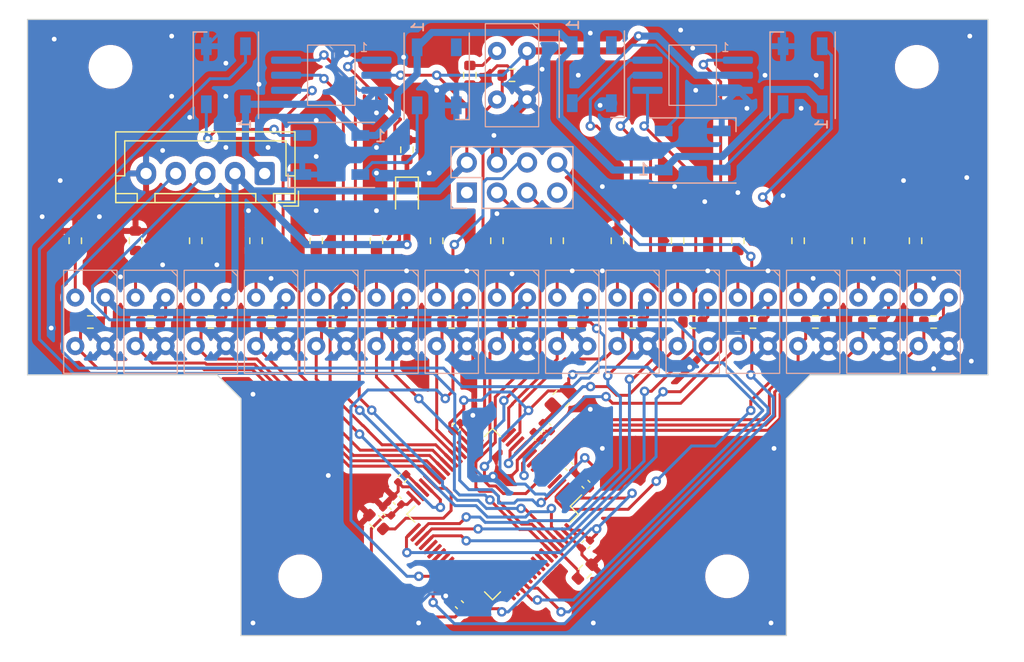
<source format=kicad_pcb>
(kicad_pcb (version 20221018) (generator pcbnew)
  (layers (0 "F.Cu" signal) (31 "B.Cu" signal) (34 "B.Paste" user) (35 "F.Paste" user) (36 "B.SilkS" user "B.Silkscreen") (37 "F.SilkS" user "F.Silkscreen") (38 "B.Mask" user) (39 "F.Mask" user) (44 "Edge.Cuts" user))
  (net 0 "")
  (net 1 "GND")
  (net 2 "NRST")
  (net 3 "Net-(U1-VCAP_1)")
  (net 4 "+3V3")
  (net 5 "Net-(U1-VDDA)")
  (net 6 "Net-(D1-K)")
  (net 7 "5V_LED")
  (net 8 "Net-(D2-DOUT)")
  (net 9 "LED_L")
  (net 10 "Net-(D3-DOUT)")
  (net 12 "Net-(D5-DOUT)")
  (net 13 "LED_R")
  (net 14 "Net-(D6-DOUT)")
  (net 17 "BOOT0")
  (net 18 "UART1_TX")
  (net 20 "UART1_RX")
  (net 21 "UART3_RX")
  (net 22 "UART3_TX")
  (net 23 "Net-(U1-PB2)")
  (net 24 "Net-(U2-Cathode)")
  (net 25 "Net-(U3-Cathode)")
  (net 26 "Net-(U4-Cathode)")
  (net 27 "Net-(U5-Cathode)")
  (net 28 "Net-(U6-Cathode)")
  (net 29 "Net-(U7-Cathode)")
  (net 30 "Net-(U8-Cathode)")
  (net 31 "Net-(U9-Cathode)")
  (net 32 "photo_L_1")
  (net 33 "photo_L_2")
  (net 34 "photo_L_3")
  (net 35 "photo_L_4")
  (net 36 "photo_L_5")
  (net 37 "photo_L_6")
  (net 38 "photo_L_7")
  (net 39 "photo_center")
  (net 40 "Net-(U10-Cathode)")
  (net 41 "Net-(U11-Cathode)")
  (net 42 "Net-(U12-Cathode)")
  (net 43 "Net-(U13-Cathode)")
  (net 44 "Net-(U14-Cathode)")
  (net 45 "Net-(U15-Cathode)")
  (net 46 "Net-(U16-Cathode)")
  (net 47 "Net-(U17-Cathode)")
  (net 48 "photo_R_1")
  (net 49 "photo_R_2")
  (net 50 "photo_R_3")
  (net 51 "photo_R_4")
  (net 52 "photo_R_5")
  (net 53 "photo_R_6")
  (net 54 "photo_R_7")
  (net 55 "photo_front")
  (net 59 "Range1")
  (net 60 "Dout2")
  (net 61 "Gate2")
  (net 62 "CK2")
  (net 63 "Range2")
  (net 80 "Dout1")
  (net 81 "Gate1")
  (net 82 "CK1")
  (footprint "Resistor_SMD:R_0603_1608Metric" (layer "F.Cu") (at 148.59 106.68 90)
    (fp_text reference "R15" hide)
    (fp_text value "120" hide)
  )
  (footprint "Capacitor_SMD:C_0402_1005Metric" (layer "F.Cu") (at 156.094625 132.316319 45)
    (fp_text reference "C8" hide)
    (fp_text value "100n" hide)
  )
  (footprint "Resistor_SMD:R_0805_2012Metric" (layer "F.Cu") (at 154 120 -135)
    (fp_text reference "FB1" hide)
    (fp_text value "FerriteBead" hide)
  )
  (footprint "Capacitor_SMD:C_0402_1005Metric" (layer "F.Cu") (at 156.094625 127.236319 -45)
    (fp_text reference "C3" hide)
    (fp_text value "100n" hide)
  )
  (footprint "Resistor_SMD:R_0603_1608Metric" (layer "F.Cu") (at 180.277 113.538 180)
    (fp_text reference "R21" hide)
    (fp_text value "1k" hide)
  )
  (footprint "Resistor_SMD:R_0603_1608Metric" (layer "F.Cu") (at 160.02 113.538 180)
    (fp_text reference "R17" hide)
    (fp_text value "1k" hide)
  )
  (footprint "Resistor_SMD:R_0603_1608Metric" (layer "F.Cu") (at 138.43 106.68 90)
    (fp_text reference "R25" hide)
    (fp_text value "120" hide)
  )
  (footprint "Resistor_SMD:R_0603_1608Metric" (layer "F.Cu") (at 146.304 92.71 -90)
    (fp_text reference "R31" hide)
    (fp_text value "120" hide)
  )
  (footprint "Package_QFP:LQFP-64_10x10mm_P0.5mm" (layer "F.Cu") (at 148.220625 129.757713 -135)
    (fp_text reference "U1" hide)
    (fp_text value "STM32F446RETx" hide)
  )
  (footprint "Resistor_SMD:R_0603_1608Metric" (layer "F.Cu") (at 124.46 113.538 180)
    (fp_text reference "R36" hide)
    (fp_text value "1k" hide)
  )
  (footprint "Capacitor_SMD:C_0402_1005Metric" (layer "F.Cu") (at 152.792625 122.410319 135)
    (fp_text reference "C10" hide)
    (fp_text value "1u" hide)
  )
  (footprint "Resistor_SMD:R_0603_1608Metric" (layer "F.Cu") (at 119.38 113.538 180)
    (fp_text reference "R37" hide)
    (fp_text value "1k" hide)
  )
  (footprint "Resistor_SMD:R_0603_1608Metric" (layer "F.Cu") (at 175.451 113.538 180)
    (fp_text reference "R20" hide)
    (fp_text value "1k" hide)
  )
  (footprint "Resistor_SMD:R_0603_1608Metric" (layer "F.Cu") (at 168.91 106.68 90)
    (fp_text reference "R11" hide)
    (fp_text value "120" hide)
  )
  (footprint "Capacitor_SMD:C_0402_1005Metric" (layer "F.Cu") (at 154.686 125.73 135)
    (fp_text reference "C1" hide)
    (fp_text value "100n" hide)
  )
  (footprint "Resistor_SMD:R_0603_1608Metric" (layer "F.Cu") (at 170.18 113.538 180)
    (fp_text reference "R19" hide)
    (fp_text value "1k" hide)
  )
  (footprint "Resistor_SMD:R_0603_1608Metric" (layer "F.Cu") (at 163.83 106.68 90)
    (fp_text reference "R10" hide)
    (fp_text value "120" hide)
  )
  (footprint "Resistor_SMD:R_0603_1608Metric" (layer "F.Cu") (at 144.78 113.538 180)
    (fp_text reference "R32" hide)
    (fp_text value "1k" hide)
  )
  (footprint "Resistor_SMD:R_0603_1608Metric" (layer "F.Cu") (at 183.896 106.68 90)
    (fp_text reference "R14" hide)
    (fp_text value "120" hide)
  )
  (footprint "MountingHole:MountingHole_3.2mm_M3" (layer "F.Cu") (at 184 92)
    (fp_text reference "REF**" hide)
    (fp_text value "MountingHole_3.2mm_M3" hide)
  )
  (footprint "Capacitor_SMD:C_0402_1005Metric" (layer "F.Cu") (at 152.030625 123.172319 135)
    (fp_text reference "C9" hide)
    (fp_text value "100n" hide)
  )
  (footprint "Resistor_SMD:R_0603_1608Metric" (layer "F.Cu") (at 118.11 106.68 90)
    (fp_text reference "R29" hide)
    (fp_text value "120" hide)
  )
  (footprint "Capacitor_SMD:C_0402_1005Metric" (layer "F.Cu") (at 139.330625 129.522319 135)
    (fp_text reference "C7" hide)
    (fp_text value "4.7u" hide)
  )
  (footprint "Resistor_SMD:R_0603_1608Metric" (layer "F.Cu") (at 173.99 106.68 90)
    (fp_text reference "R12" hide)
    (fp_text value "120" hide)
  )
  (footprint "Capacitor_SMD:C_0402_1005Metric" (layer "F.Cu") (at 140.178036 128.59173 -45)
    (fp_text reference "C5" hide)
    (fp_text value "100n" hide)
  )
  (footprint "Resistor_SMD:R_0603_1608Metric" (layer "F.Cu") (at 141 99 -90)
    (fp_text reference "R3" hide)
    (fp_text value "470" hide)
  )
  (footprint "Resistor_SMD:R_0603_1608Metric" (layer "F.Cu") (at 139.7 113.538 180)
    (fp_text reference "R33" hide)
    (fp_text value "1k" hide)
  )
  (footprint "Resistor_SMD:R_0603_1608Metric" (layer "F.Cu") (at 114.3 113.538 180)
    (fp_text reference "R38" hide)
    (fp_text value "1k" hide)
  )
  (footprint "Resistor_SMD:R_0603_1608Metric" (layer "F.Cu") (at 156 134.602319 45)
    (fp_text reference "R1" hide)
    (fp_text value "10k" hide)
  )
  (footprint "Resistor_SMD:R_0603_1608Metric" (layer "F.Cu") (at 185.42 113.538 180)
    (fp_text reference "R22" hide)
    (fp_text value "1k" hide)
  )
  (footprint "Capacitor_SMD:C_0402_1005Metric" (layer "F.Cu") (at 145.426625 137.396319 -45)
    (fp_text reference "C6" hide)
    (fp_text value "100n" hide)
  )
  (footprint "MountingHole:MountingHole_3.2mm_M3" (layer "F.Cu") (at 132 135)
    (fp_text reference "REF**" hide)
    (fp_text value "MountingHole_3.2mm_M3" hide)
  )
  (footprint "Resistor_SMD:R_0603_1608Metric" (layer "F.Cu") (at 154.94 113.538 180)
    (fp_text reference "R16" hide)
    (fp_text value "1k" hide)
  )
  (footprint "Resistor_SMD:R_0603_1608Metric" (layer "F.Cu") (at 153.67 106.68 90)
    (fp_text reference "R8" hide)
    (fp_text value "120" hide)
  )
  (footprint "Resistor_SMD:R_0603_1608Metric" (layer "F.Cu") (at 149.86 92.71 180)
    (fp_text reference "R39" hide)
    (fp_text value "1k" hide)
  )
  (footprint "LED_SMD:LED_0805_2012Metric" (layer "F.Cu") (at 141 103 -90)
    (fp_text reference "D1" hide)
    (fp_text value "LED_GREEN" hide)
  )
  (footprint "Resistor_SMD:R_0603_1608Metric" (layer "F.Cu") (at 133.35 106.68 90)
    (fp_text reference "R26" hide)
    (fp_text value "120" hide)
  )
  (footprint "Resistor_SMD:R_0603_1608Metric" (layer "F.Cu") (at 149.86 113.538 180)
    (fp_text reference "R23" hide)
    (fp_text value "1k" hide)
  )
  (footprint "Resistor_SMD:R_0603_1608Metric" (layer "F.Cu") (at 158.75 106.68 90)
    (fp_text reference "R9" hide)
    (fp_text value "120" hide)
  )
  (footprint "MountingHole:MountingHole_3.2mm_M3" (layer "F.Cu") (at 116 92)
    (fp_text reference "REF**" hide)
    (fp_text value "MountingHole_3.2mm_M3" hide)
  )
  (footprint "Resistor_SMD:R_0603_1608Metric" (layer "F.Cu") (at 113.03 106.68 90)
    (fp_text reference "R30" hide)
    (fp_text value "120" hide)
  )
  (footprint "Connector_JST:JST_XH_B5B-XH-A_1x05_P2.50mm_Vertical" (layer "F.Cu") (at 129 101 180)
    (fp_text reference "J3" hide)
    (fp_text value "Conn_01x05" hide)
  )
  (footprint "Resistor_SMD:R_0603_1608Metric" (layer "F.Cu") (at 138.416637 130.416637 135)
    (fp_text reference "R2" hide)
    (fp_text value "10k" hide)
  )
  (footprint "Resistor_SMD:R_0603_1608Metric" (layer "F.Cu") (at 134.62 113.538 180)
    (fp_text reference "R34" hide)
    (fp_text value "1k" hide)
  )
  (footprint "MountingHole:MountingHole_3.2mm_M3" (layer "F.Cu") (at 168 135)
    (fp_text reference "REF**" hide)
    (fp_text value "MountingHole_3.2mm_M3" hide)
  )
  (footprint "Resistor_SMD:R_0603_1608Metric" (layer "F.Cu") (at 128.27 106.68 90)
    (fp_text reference "R27" hide)
    (fp_text value "120" hide)
  )
  (footprint "Resistor_SMD:R_0603_1608Metric" (layer "F.Cu") (at 165.1 113.538 180)
    (fp_text reference "R18" hide)
    (fp_text value "1k" hide)
  )
  (footprint "Resistor_SMD:R_0603_1608Metric" (layer "F.Cu") (at 123.19 106.68 90)
    (fp_text reference "R28" hide)
    (fp_text value "120" hide)
  )
  (footprint "Resistor_SMD:R_0603_1608Metric" (layer "F.Cu") (at 129.54 113.538 180)
    (fp_text reference "R35" hide)
    (fp_text value "1k" hide)
  )
  (footprint "Capacitor_SMD:C_0402_1005Metric" (layer "F.Cu") (at 145.172625 122.410319 -135)
    (fp_text reference "C4" hide)
    (fp_text value "100n" hide)
  )
  (footprint "Resistor_SMD:R_0603_1608Metric" (layer "F.Cu") (at 179.07 106.68 90)
    (fp_text reference "R13" hide)
    (fp_text value "120" hide)
  )
  (footprint "Resistor_SMD:R_0603_1608Metric" (layer "F.Cu") (at 143.51 106.68 90)
    (fp_text reference "R24" hide)
    (fp_text value "120" hide)
  )
  (footprint "Capacitor_SMD:C_0402_1005Metric" (layer "F.Cu") (at 140.600625 126.728319 -135)
    (fp_text reference "C2" hide)
    (fp_text value "4.7u" hide)
  )
  (footprint "Akiduki:LBR127HLD" (layer "B.Cu") (at 114.3 113.52 90)
    (fp_text reference "U16" hide)
    (fp_text value "~" hide)
  )
  (footprint "LED_SMD:LED_WS2812B_PLCC4_5.0x5.0mm_P3.2mm" (layer "B.Cu") (at 174.37 92.71 90)
    (fp_text reference "D5" hide)
    (fp_text value "WS2812B" hide)
  )
  (footprint "LED_SMD:LED_WS2812B_PLCC4_5.0x5.0mm_P3.2mm" (layer "B.Cu") (at 165.1 99.06)
    (fp_text reference "D6" hide)
    (fp_text value "WS2812B" hide)
  )
  (footprint "LED_SMD:LED_WS2812B_PLCC4_5.0x5.0mm_P3.2mm" (layer "B.Cu") (at 143.51 92.8 -90)
    (fp_text reference "D4" hide)
    (fp_text value "WS2812B" hide)
  )
  (footprint "Akiduki:LBR127HLD" (layer "B.Cu") (at 149.86 92.71 90)
    (fp_text reference "U17" hide)
    (fp_text value "~" hide)
  )
  (footprint "Akiduki:LBR127HLD" (layer "B.Cu") (at 180.34 113.52 90)
    (fp_text reference "U7" hide)
    (fp_text value "~" hide)
  )
  (footprint "Akiduki:LBR127HLD" (layer "B.Cu") (at 175.26 113.52 90)
    (fp_text reference "U6" hide)
    (fp_text value "~" hide)
  )
  (footprint "Akiduki:LBR127HLD" (layer "B.Cu") (at 160.02 113.52 90)
    (fp_text reference "U3" hide)
    (fp_text value "~" hide)
  )
  (footprint "Akiduki:LBR127HLD" (layer "B.Cu") (at 149.86 113.52 90)
    (fp_text reference "U9" hide)
    (fp_text value "~" hide)
  )
  (footprint "Akiduki:LBR127HLD" (layer "B.Cu") (at 134.62 113.52 90)
    (fp_text reference "U12" hide)
    (fp_text value "~" hide)
  )
  (footprint "Akiduki:LBR127HLD" (layer "B.Cu") (at 185.42 113.52 90)
    (fp_text reference "U8" hide)
    (fp_text value "~" hide)
  )
  (footprint "Akiduki:LBR127HLD" (layer "B.Cu") (at 144.78 113.52 90)
    (fp_text reference "U10" hide)
    (fp_text value "~" hide)
  )
  (footprint "Akiduki:LBR127HLD" (layer "B.Cu") (at 170.18 113.52 90)
    (fp_text reference "U5" hide)
    (fp_text value "~" hide)
  )
  (footprint "Akiduki:LBR127HLD" (layer "B.Cu") (at 124.46 113.52 90)
    (fp_text reference "U14" hide)
    (fp_text value "~" hide)
  )
  (footprint "LED_SMD:LED_WS2812B_PLCC4_5.0x5.0mm_P3.2mm" (layer "B.Cu") (at 134.62 99.44 180)
    (fp_text reference "D3" hide)
    (fp_text value "WS2812B" hide)
  )
  (footprint "Akiduki:LBR127HLD" (layer "B.Cu") (at 154.94 113.52 90)
    (fp_text reference "U2" hide)
    (fp_text value "~" hide)
  )
  (footprint "Akiduki:LBR127HLD" (layer "B.Cu") (at 129.54 113.52 90)
    (fp_text reference "U13" hide)
    (fp_text value "~" hide)
  )
  (footprint "LED_SMD:LED_WS2812B_PLCC4_5.0x5.0mm_P3.2mm" (layer "B.Cu") (at 125.73 92.71 90)
    (fp_text reference "D2" hide)
    (fp_text value "WS2812B" hide)
  )
  (footprint "LED_SMD:LED_WS2812B_PLCC4_5.0x5.0mm_P3.2mm" (layer "B.Cu") (at 156.59 92.62 -90)
    (fp_text reference "D7" hide)
    (fp_text value "WS2812B" hide)
  )
  (footprint "Akiduki:LBR127HLD" (layer "B.Cu") (at 139.7 113.52 90)
    (fp_text reference "U11" hide)
    (fp_text value "~" hide)
  )
  (footprint "Akiduki:LBR127HLD" (layer "B.Cu") (at 165.1 113.52 90)
    (fp_text reference "U4" hide)
    (fp_text value "~" hide)
  )
  (footprint "Connector_PinSocket_2.54mm:PinSocket_2x04_P2.54mm_Vertical" (layer "B.Cu") (at 146.05 102.616 -90)
    (fp_text reference "J2" hide)
    (fp_text value "WRITER CONN" hide)
  )
  (footprint "Akiduki:LBR127HLD" (layer "B.Cu") (at 119.38 113.52 90)
    (fp_text reference "U15" hide)
    (fp_text value "~" hide)
  )
  (footprint "Akiduki:S9706" (layer "B.Cu") (at 165.1 92.71 180)
    (fp_text reference "U19" hide)
    (fp_text value "~" hide)
  )
  (footprint "Akiduki:S9706" (layer "B.Cu") (at 134.62 92.71 180)
    (fp_text reference "U18" hide)
    (fp_text value "~" hide)
  )
  (gr_line (start 173 140) (end 127 140) (stroke (width 0.1)) (layer "Edge.Cuts"))
  (gr_line (start 175 118) (end 173 120) (stroke (width 0.1)) (layer "Edge.Cuts"))
  (gr_line (start 125 118) (end 109 118) (stroke (width 0.1)) (layer "Edge.Cuts"))
  (gr_line (start 109 88) (end 190 88) (stroke (width 0.1)) (layer "Edge.Cuts"))
  (gr_line (start 127 120) (end 125 118) (stroke (width 0.1)) (layer "Edge.Cuts"))
  (gr_line (start 127 120) (end 127 140) (stroke (width 0.1)) (layer "Edge.Cuts"))
  (gr_line (start 190 118) (end 175 118) (stroke (width 0.1)) (layer "Edge.Cuts"))
  (gr_line (start 109 88) (end 109 118) (stroke (width 0.1)) (layer "Edge.Cuts"))
  (gr_line (start 190 88) (end 190 118) (stroke (width 0.1)) (layer "Edge.Cuts"))
  (gr_line (start 173 120) (end 173 140) (stroke (width 0.1)) (layer "Edge.Cuts"))
  (segment (start 148.261 126.56745) (end 149.775245 126.56745) (width 0.25) (layer "F.Cu") (net 1))
  (segment (start 146.304 93.535) (end 146.986996 93.535) (width 0.25) (layer "F.Cu") (net 1))
  (segment (start 145.517624 137.056908) (end 145.087214 137.056908) (width 0.25) (layer "F.Cu") (net 1))
  (segment (start 150.303649 126.039046) (end 150.303649 125.199815) (width 0.25) (layer "F.Cu") (net 1))
  (segment (start 154.977766 120.904) (end 156.464 120.904) (width 0.25) (layer "F.Cu") (net 1))
  (segment (start 140.640539 127.447055) (end 140.261214 127.06773) (width 0.25) (layer "F.Cu") (net 1))
  (segment (start 153.132036 122.74973) (end 154.977766 120.904) (width 0.25) (layer "F.Cu") (net 1))
  (segment (start 146.505891 136.068641) (end 145.517624 137.056908) (width 0.25) (layer "F.Cu") (net 1))
  (segment (start 159.343 124.206) (end 160.274 123.275) (width 0.25) (layer "F.Cu") (net 1))
  (segment (start 140.261214 127.06773) (end 140.261214 127.82973) (width 0.25) (layer "F.Cu") (net 1))
  (segment (start 149.86 93.49) (end 151.13 94.76) (width 0.25) (layer "F.Cu") (net 1))
  (segment (start 150.303649 125.199815) (end 150.996019 124.507445) (width 0.25) (layer "F.Cu") (net 1))
  (segment (start 146.558 121.412) (end 146.558 116.078) (width 0.25) (layer "F.Cu") (net 1))
  (segment (start 157.48 124.206) (end 159.343 124.206) (width 0.25) (layer "F.Cu") (net 1))
  (segment (start 141.313773 127.447055) (end 140.640539 127.447055) (width 0.25) (layer "F.Cu") (net 1))
  (segment (start 145.899092 122.070908) (end 146.558 121.412) (width 0.25) (layer "F.Cu") (net 1))
  (segment (start 155.755214 133.190807) (end 156.583363 134.018956) (width 0.25) (layer "F.Cu") (net 1))
  (segment (start 139.838625 128.335497) (end 138.991214 129.182908) (width 0.25) (layer "F.Cu") (net 1))
  (segment (start 146.558 116.078) (end 146.05 115.57) (width 0.25) (layer "F.Cu") (net 1))
  (segment (start 149.775245 126.56745) (end 150.303649 126.039046) (width 0.25) (layer "F.Cu") (net 1))
  (segment (start 160.274 123.275) (end 171.027 123.275) (width 0.25) (layer "F.Cu") (net 1))
  (segment (start 139.838625 128.252319) (end 139.838625 128.335497) (width 0.25) (layer "F.Cu") (net 1))
  (segment (start 164.846 117.348) (end 164.846 117.094) (width 0.25) (layer "F.Cu") (net 1))
  (segment (start 140.261214 127.82973) (end 139.838625 128.252319) (width 0.25) (layer "F.Cu") (net 1))
  (segment (start 145.512036 122.070908) (end 145.512036 122.45293) (width 0.25) (layer "F.Cu") (net 1))
  (segment (start 145.512036 122.070908) (end 145.899092 122.070908) (width 0.25) (layer "F.Cu") (net 1))
  (segment (start 149.458004 91.91) (end 149.86 92.311996) (width 0.25) (layer "F.Cu") (net 1))
  (segment (start 155.714836 132.65573) (end 155.755214 132.65573) (width 0.25) (layer "F.Cu") (net 1))
  (segment (start 145.087214 137.056908) (end 144.676908 137.056908) (width 0.25) (layer "F.Cu") (net 1))
  (segment (start 156.379 123.275) (end 160.274 123.275) (width 0.25) (layer "F.Cu") (net 1))
  (segment (start 144.676908 137.056908) (end 144.272 136.652) (width 0.25) (layer "F.Cu") (net 1))
  (segment (start 145.512036 122.45293) (end 146.505891 123.446785) (width 0.25) (layer "F.Cu") (net 1))
  (segment (start 152.753734 122.74973) (end 150.996019 124.507445) (width 0.25) (layer "F.Cu") (net 1))
  (segment (start 155.025411 126.069411) (end 155.025411 126.167105) (width 0.25) (layer "F.Cu") (net 1))
  (segment (start 164.846 117.094) (end 166.37 115.57) (width 0.25) (layer "F.Cu") (net 1))
  (segment (start 148.59 100.076) (end 148.59 97.3) (width 1) (layer "F.Cu") (net 1))
  (segment (start 153.132036 122.74973) (end 152.753734 122.74973) (width 0.25) (layer "F.Cu") (net 1))
  (segment (start 155.025411 126.069411) (end 155.244614 125.850208) (width 0.25) (layer "F.Cu") (net 1))
  (segment (start 148.59 97.3) (end 151.13 94.76) (width 1) (layer "F.Cu") (net 1))
  (segment (start 155.244614 124.409386) (end 156.379 123.275) (width 0.25) (layer "F.Cu") (net 1))
  (segment (start 146.986996 93.535) (end 148.611996 91.91) (width 0.25) (layer "F.Cu") (net 1))
  (segment (start 149.86 92.311996) (end 149.86 93.49) (width 0.25) (layer "F.Cu") (net 1))
  (segment (start 155.025411 126.167105) (end 155.755214 126.896908) (width 0.25) (layer "F.Cu") (net 1))
  (segment (start 155.755214 132.65573) (end 155.755214 133.190807) (width 0.25) (layer "F.Cu") (net 1))
  (segment (start 141.909697 128.042979) (end 141.313773 127.447055) (width 0.25) (layer "F.Cu") (net 1))
  (segment (start 155.244614 125.850208) (end 155.244614 124.409386) (width 0.25) (layer "F.Cu") (net 1))
  (segment (start 154.531553 131.472447) (end 155.714836 132.65573) (width 0.25) (layer "F.Cu") (net 1))
  (segment (start 171.027 123.275) (end 171.958 124.206) (width 0.25) (layer "F.Cu") (net 1))
  (segment (start 148.611996 91.91) (end 149.458004 91.91) (width 0.25) (layer "F.Cu") (net 1))
  (via (at 157.48 102.108) (size 0.8) (drill 0.4) (layers "F.Cu" "B.Cu") (net 1))
  (via (at 152.4 92.202) (size 0.8) (drill 0.4) (layers "F.Cu" "B.Cu") (net 1))
  (via (at 175.26 109.855) (size 0.8) (drill 0.4) (layers "F.Cu" "B.Cu") (net 1))
  (via (at 163.576 102.108) (size 0.8) (drill 0.4) (layers "F.Cu" "B.Cu") (net 1))
  (via (at 164.084 88.9) (size 0.8) (drill 0.4) (layers "F.Cu" "B.Cu") (net 1))
  (via (at 125.73 98.806) (size 0.8) (drill 0.4) (layers "F.Cu" "B.Cu") (net 1))
  (via (at 129.286 98.806) (size 0.8) (drill 0.4) (layers "F.Cu" "B.Cu") (net 1))
  (via (at 124.968 108.712) (size 0.8) (drill 0.4) (layers "F.Cu" "B.Cu") (net 1))
  (via (at 154.94 109.22) (size 0.8) (drill 0.4) (layers "F.Cu" "B.Cu") (net 1))
  (via (at 185.42 117.475) (size 0.8) (drill 0.4) (layers "F.Cu" "B.Cu") (net 1))
  (via (at 115.062 104.648) (size 0.8) (drill 0.4) (layers "F.Cu" "B.Cu") (net 1))
  (via (at 128.524 93.472) (size 0.8) (drill 0.4) (layers "F.Cu" "B.Cu") (net 1))
  (via (at 146.05 109.22) (size 0.8) (drill 0.4) (layers "F.Cu" "B.Cu") (net 1))
  (via (at 155.448 92.71) (size 0.8) (drill 0.4) (layers "F.Cu" "B.Cu") (net 1))
  (via (at 120.396 99.06) (size 0.8) (drill 0.4) (layers "F.Cu" "B.Cu") (net 1))
  (via (at 124.968 102.87) (size 0.8) (drill 0.4) (layers "F.Cu" "B.Cu") (net 1))
  (via (at 180.34 109.855) (size 0.8) (drill 0.4) (layers "F.Cu" "B.Cu") (net 1))
  (via (at 171.958 124.206) (size 0.8) (drill 0.4) (layers "F.Cu" "B.Cu") (net 1))
  (via (at 128.016 138.938) (size 0.8) (drill 0.4) (layers "F.Cu" "B.Cu") (net 1))
  (via (at 157.48 109.22) (size 0.8) (drill 0.4) (layers "F.Cu" "B.Cu") (net 1))
  (via (at 165.354 93.98) (size 0.8) (drill 0.4) (layers "F.Cu" "B.Cu") (net 1))
  (via (at 143.51 93.98) (size 0.8) (drill 0.4) (layers "F.Cu" "B.Cu") (net 1))
  (via (at 135.89 90.805) (size 0.8) (drill 0.4) (layers "F.Cu" "B.Cu") (net 1))
  (via (at 148.336 97.79) (size 0.8) (drill 0.4) (layers "F.Cu" "B.Cu") (net 1))
  (via (at 188.595 116.84) (size 0.8) (drill 0.4) (layers "F.Cu" "B.Cu") (net 1))
  (via (at 188.214 101.346) (size 0.8) (drill 0.4) (layers "F.Cu" "B.Cu") (net 1))
  (via (at 157.48 124.206) (size 0.8) (drill 0.4) (layers "F.Cu" "B.Cu") (net 1))
  (via (at 125.73 94.488) (size 0.8) (drill 0.4) (layers "F.Cu" "B.Cu") (net 1))
  (via (at 122.682 96.266) (size 0.8) (drill 0.4) (layers "F.Cu" "B.Cu") (net 1))
  (via (at 111.76 101.6) (size 0.8) (drill 0.4) (layers "F.Cu" "B.Cu") (net 1))
  (via (at 174.244 95.504) (size 0.8) (drill 0.4) (layers "F.Cu" "B.Cu") (net 1))
  (via (at 164.846 117.348) (size 0.8) (drill 0.4) (layers "F.Cu" "B.Cu") (net 1))
  (via (at 121.158 94.488) (size 0.8) (drill 0.4) (layers "F.Cu" "B.Cu") (net 1))
  (via (at 138.43 100.965) (size 0.8) (drill 0.4) (layers "F.Cu" "B.Cu") (net 1))
  (via (at 140.97 109.22) (size 0.8) (drill 0.4) (layers "F.Cu" "B.Cu") (net 1))
  (via (at 148.261 126.56745) (size 0.8) (drill 0.4) (layers "F.Cu" "B.Cu") (net 1))
  (via (at 138.43 104.14) (size 0.8) (drill 0.4) (layers "F.Cu" "B.Cu") (net 1))
  (via (at 129.54 109.855) (size 0.8) (drill 0.4) (layers "F.Cu" "B.Cu") (net 1))
  (via (at 140.716 91.186) (size 0.8) (drill 0.4) (layers "F.Cu" "B.Cu") (net 1))
  (via (at 156.464 120.904) (size 0.8) (drill 0.4) (layers "F.Cu" "B.Cu") (net 1))
  (via (at 188.468 89.408) (size 0.8) (drill 0.4) (layers "F.Cu" "B.Cu") (net 1))
  (via (at 156.464 89.154) (size 0.8) (drill 0.4) (layers "F.Cu" "B.Cu") (net 1))
  (via (at 168.91 102.616) (size 0.8) (drill 0.4) (layers "F.Cu" "B.Cu") (net 1))
  (via (at 133.35 104.14) (size 0.8) (drill 0.4) (layers "F.Cu" "B.Cu") (net 1))
  (via (at 172.72 102.87) (size 0.8) (drill 0.4) (layers "F.Cu" "B.Cu") (net 1))
  (via (at 182.88 101.6) (size 0.8) (drill 0.4) (layers "F.Cu" "B.Cu") (net 1))
  (via (at 111.252 89.662) (size 0.8) (drill 0.4) (layers "F.Cu" "B.Cu") (net 1))
  (via (at 166.37 109.22) (size 0.8) (drill 0.4) (layers "F.Cu" "B.Cu") (net 1))
  (via (at 144.272 136.652) (size 0.8) (drill 0.4) (layers "F.Cu" "B.Cu") (net 1))
  (via (at 120.396 108.712) (size 0.8) (drill 0.4) (layers "F.Cu" "B.Cu") (net 1))
  (via (at 171.704 138.938) (size 0.8) (drill 0.4) (layers "F.Cu" "B.Cu") (net 1))
  (via (at 133.35 96.52) (size 0.8) (drill 0.4) (layers "F.Cu" "B.Cu") (net 1))
  (via (at 127.635 104.14) (size 0.8) (drill 0.4) (layers "F.Cu" "B.Cu") (net 1))
  (via (at 156.718 138.938) (size 0.8) (drill 0.4) (layers "F.Cu" "B.Cu") (net 1))
  (via (at 148.59 104.394) (size 0.8) (drill 0.4) (layers "F.Cu" "B.Cu") (net 1))
  (via (at 141.986 138.938) (size 0.8) (drill 0.4) (layers "F.Cu" "B.Cu") (net 1))
  (via (at 134.366 126.492) (size 0.8) (drill 0.4) (layers "F.Cu" "B.Cu") (net 1))
  (via (at 169.672 95.504) (size 0.8) (drill 0.4) (layers "F.Cu" "B.Cu") (net 1))
  (via (at 110.236 104.648) (size 0.8) (drill 0.4) (layers "F.Cu" "B.Cu") (net 1))
  (via (at 110.998 114.046) (size 0.8) (drill 0.4) (layers "F.Cu" "B.Cu") (net 1))
  (via (at 165.1 90.424) (size 0.8) (drill 0.4) (layers "F.Cu" "B.Cu") (net 1))
  (via (at 185.42 109.855) (size 0.8) (drill 0.4) (layers "F.Cu" "B.Cu") (net 1))
  (via (at 142.875 100.965) (size 0.8) (drill 0.4) (layers "F.Cu" "B.Cu") (net 1))
  (via (at 146.558 121.412) (size 0.8) (drill 0.4) (layers "F.Cu" "B.Cu") (net 1))
  (via (at 171.45 109.22) (size 0.8) (drill 0.4) (layers "F.Cu" "B.Cu") (net 1))
  (via (at 116.84 109.728) (size 0.8) (drill 0.4) (layers "F.Cu" "B.Cu") (net 1))
  (via (at 138.43 98.806) (size 0.8) (drill 0.4) (layers "F.Cu" "B.Cu") (net 1))
  (via (at 121.158 89.408) (size 0.8) (drill 0.4) (layers "F.Cu" "B.Cu") (net 1))
  (via (at 166.116 103.378) (size 0.8) (drill 0.4) (layers "F.Cu" "B.Cu") (net 1))
  (via (at 138.43 95.885) (size 0.8) (drill 0.4) (layers "F.Cu" "B.Cu") (net 1))
  (via (at 149.86 109.474) (size 0.8) (drill 0.4) (layers "F.Cu" "B.Cu") (net 1))
  (via (at 128.016 119.634) (size 0.8) (drill 0.4) (layers "F.Cu" "B.Cu") (net 1))
  (via (at 125.73 91.694) (size 0.8) (drill 0.4) (layers "F.Cu" "B.Cu") (net 1))
  (via (at 175.514 92.71) (size 0.8) (drill 0.4) (layers "F.Cu" "B.Cu") (net 1))
  (via (at 171.196 92.71) (size 0.8) (drill 0.4) (layers "F.Cu" "B.Cu") (net 1))
  (via (at 157.289 95.25) (size 0.8) (drill 0.4) (layers "F.Cu" "B.Cu") (net 1))
  (via (at 133.35 99.568) (size 0.8) (drill 0.4) (layers "F.Cu" "B.Cu") (net 1))
  (segment (start 144.103 136.483) (end 142.907695 136.483) (width 0.25) (layer "B.Cu") (net 1))
  (segment (start 166.37 115.57) (end 167.457 114.483) (width 0.25) (layer "B.Cu") (net 1))
  (segment (start 144.272 136.652) (end 144.103 136.483) (width 0.25) (layer "B.Cu") (net 1))
  (segment (start 158.24 95.07) (end 157.469 95.07) (width 1) (layer "B.Cu") (net 1))
  (segment (start 168.91 93.98) (end 165.354 93.98) (width 1) (layer "B.Cu") (net 1))
  (segment (start 167.457 114.483) (end 170.363 114.483) (width 0.25) (layer "B.Cu") (net 1))
  (segment (start 147.348645 126.56745) (end 148.261 126.56745) (width 0.25) (layer "B.Cu") (net 1))
  (segment (start 146.558 125.776805) (end 147.348645 126.56745) (width 0.25) (layer "B.Cu") (net 1))
  (segment (start 146.558 121.412) (end 146.558 125.776805) (width 0.25) (layer "B.Cu") (net 1))
  (segment (start 132.925305 88.9) (end 125.44 88.9) (width 0.25) (layer "B.Cu") (net 1))
  (segment (start 141.986 137.404695) (end 141.986 138.938) (width 0.25) (layer "B.Cu") (net 1))
  (segment (start 156.464 123.19) (end 157.48 124.206) (width 0.25) (layer "B.Cu") (net 1))
  (segment (start 134.725 90.699695) (end 132.925305 88.9) (width 0.25) (layer "B.Cu") (net 1))
  (segment (start 170.363 114.483) (end 171.45 115.57) (width 0.25) (layer "B.Cu") (net 1))
  (segment (start 125.44 88.9) (end 124.08 90.26) (width 0.25) (layer "B.Cu") (net 1))
  (segment (start 142.907695 136.483) (end 141.986 137.404695) (width 0.25) (layer "B.Cu") (net 1))
  (segment (start 156.464 120.904) (end 156.464 123.19) (width 0.25) (layer "B.Cu") (net 1))
  (segment (start 161.29 115.57) (end 162.968 117.248) (width 1) (layer "B.Cu") (net 1))
  (segment (start 134.725 91.725707) (end 134.725 90.699695) (width 0.25) (layer "B.Cu") (net 1))
  (segment (start 136.979293 93.98) (end 134.725 91.725707) (width 0.25) (layer "B.Cu") (net 1))
  (segment (start 162.968 117.248) (end 164.846 117.248) (width 1) (layer "B.Cu") (net 1))
  (segment (start 138.43 93.98) (end 136.979293 93.98) (width 0.25) (layer "B.Cu") (net 1))
  (segment (start 157.469 95.07) (end 157.289 95.25) (width 1) (layer "B.Cu") (net 1))
  (segment (start 138.43 93.98) (end 138.43 95.885) (width 0.25) (layer "B.Cu") (net 1))
  (segment (start 147.95 127.376) (end 148.486701 127.376) (width 0.25) (layer "F.Cu") (net 2))
  (segment (start 147.5365 126.9625) (end 147.95 127.376) (width 0.25) (layer "F.Cu") (net 2))
  (segment (start 151.022998 128.016) (end 152.763786 126.275212) (width 0.25) (layer "F.Cu") (net 2))
  (segment (start 153.648409 125.390589) (end 154.346589 125.390589) (width 0.25) (layer "F.Cu") (net 2))
  (segment (start 149.1745 120.169549) (end 152.217 117.127049) (width 0.25) (layer "F.Cu") (net 2))
  (segment (start 152.763786 126.275212) (end 153.648409 125.390589) (width 0.25) (layer "F.Cu") (net 2))
  (segment (start 152.217 117.127049) (end 152.217 103.703) (width 0.25) (layer "F.Cu") (net 2))
  (segment (start 147.5365 125.73) (end 147.5365 126.9625) (width 0.25) (layer "F.Cu") (net 2))
  (segment (start 152.217 103.703) (end 151.13 102.616) (width 0.25) (layer "F.Cu") (net 2))
  (segment (start 149.126701 128.016) (end 151.022998 128.016) (width 0.25) (layer "F.Cu") (net 2))
  (segment (start 148.486701 127.376) (end 149.126701 128.016) (width 0.25) (layer "F.Cu") (net 2))
  (via (at 149.1745 120.169549) (size 0.8) (drill 0.4) (layers "F.Cu" "B.Cu") (net 2))
  (via (at 147.5365 125.73) (size 0.8) (drill 0.4) (layers "F.Cu" "B.Cu") (net 2))
  (segment (start 148.054997 122.945003) (end 149.1745 121.8255) (width 0.25) (layer "B.Cu") (net 2))
  (segment (start 148.054997 125.211503) (end 148.054997 122.945003) (width 0.25) (layer "B.Cu") (net 2))
  (segment (start 147.5365 125.73) (end 148.054997 125.211503) (width 0.25) (layer "B.Cu") (net 2))
  (segment (start 149.1745 121.8255) (end 149.1745 120.169549) (width 0.25) (layer "B.Cu") (net 2))
  (segment (start 140.962732 126.388908) (end 142.26325 127.689426) (width 0.25) (layer "F.Cu") (net 3))
  (segment (start 140.940036 126.388908) (end 140.962732 126.388908) (width 0.25) (layer "F.Cu") (net 3))
  (segment (start 138 130.974694) (end 138 133.428) (width 0.25) (layer "F.Cu") (net 4))
  (segment (start 156.653239 125.653239) (end 156 125) (width 0.25) (layer "F.Cu") (net 4))
  (segment (start 141 107) (end 141 103.9375) (width 0.6) (layer "F.Cu") (net 4))
  (segment (start 130.81 113.093) (end 130.365 113.538) (width 0.25) (layer "F.Cu") (net 4))
  (segment (start 146.05 111.47) (end 146.05 113.093) (width 0.25) (layer "F.Cu") (net 4))
  (segment (start 151.13 113.093) (end 150.685 113.538) (width 0.25) (layer "F.Cu") (net 4))
  (segment (start 156.4565 113.538) (end 157 114.0815) (width 0.25) (layer "F.Cu") (net 4))
  (segment (start 145.796 120.888918) (end 144.614011 122.070907) (width 0.25) (layer "F.Cu") (net 4))
  (segment (start 156.21 113.093) (end 155.765 113.538) (width 0.25) (layer "F.Cu") (net 4))
  (segment (start 181.61 111.47) (end 181.61 113.03) (width 0.25) (layer "F.Cu") (net 4))
  (segment (start 145.766036 137.73573) (end 148.73573 137.73573) (width 0.25) (layer "F.Cu") (net 4))
  (segment (start 120.65 111.47) (end 120.65 113.093) (width 0.25) (layer "F.Cu") (net 4))
  (segment (start 157 131) (end 157 131.410944) (width 0.25) (layer "F.Cu") (net 4))
  (segment (start 154.885106 128.396532) (end 159.57887 128.396532) (width 0.25) (layer "F.Cu") (net 4))
  (segment (start 141.021535 128.931141) (end 141.556144 128.396532) (width 0.25) (layer "F.Cu") (net 4))
  (segment (start 140.97 111.47) (end 140.97 113.093) (width 0.25) (layer "F.Cu") (net 4))
  (segment (start 139.670036 129.86173) (end 139.112964 129.86173) (width 0.25) (layer "F.Cu") (net 4))
  (segment (start 144.614011 122.070907) (end 144.614011 122.530527) (width 0.25) (layer "F.Cu") (net 4))
  (segment (start 146.859444 136.642322) (end 145.766036 137.73573) (width 0.25) (layer "F.Cu") (net 4))
  (segment (start 161.29 113.093) (end 160.845 113.538) (width 0.25) (layer "F.Cu") (net 4))
  (segment (start 135.89 111.47) (end 135.89 113.093) (width 0.25) (layer "F.Cu") (net 4))
  (segment (start 156.21 111.47) (end 156.21 113.093) (width 0.25) (layer "F.Cu") (net 4))
  (segment (start 156.434036 127.57573) (end 156.653239 127.356527) (width 0.25) (layer "F.Cu") (net 4))
  (segment (start 138 133.428) (end 143.002 138.43) (width 0.25) (layer "F.Cu") (net 4))
  (segment (start 145.796 120.142) (end 145.796 120.888918) (width 0.25) (layer "F.Cu") (net 4))
  (segment (start 155.765 113.538) (end 156.4565 113.538) (width 0.25) (layer "F.Cu") (net 4))
  (segment (start 154.885106 131.118894) (end 155.576022 131.118894) (width 0.25) (layer "F.Cu") (net 4))
  (segment (start 146.152338 123.800338) (end 145.10173 122.74973) (width 0.25) (layer "F.Cu") (net 4))
  (segment (start 120.65 113.093) (end 120.205 113.538) (width 0.25) (layer "F.Cu") (net 4))
  (segment (start 148.73573 137.73573) (end 149 138) (width 0.25) (layer "F.Cu") (net 4))
  (segment (start 145.10173 122.74973) (end 144.833214 122.74973) (width 0.25) (layer "F.Cu") (net 4))
  (segment (start 154.645235 119.354765) (end 152.9057 119.354765) (width 0.25) (layer "F.Cu") (net 4))
  (segment (start 154.645235 118.304861) (end 154.975048 117.975048) (width 0.25) (layer "F.Cu") (net 4))
  (segment (start 152.9057 119.354765) (end 151.255783 121.004682) (width 0.25) (layer "F.Cu") (net 4))
  (segment (start 125.73 111.47) (end 125.73 113.093) (width 0.25) (layer "F.Cu") (net 4))
  (segment (start 186.245 111.915) (end 186.69 111.47) (width 0.25) (layer "F.Cu") (net 4))
  (segment (start 181.61 113.03) (end 181.102 113.538) (width 0.25) (layer "F.Cu") (net 4))
  (segment (start 140.517447 129.014319) (end 139.670036 129.86173) (width 0.25) (layer "F.Cu") (net 4))
  (segment (start 166.37 113.093) (end 165.925 113.538) (width 0.25) (layer "F.Cu") (net 4))
  (segment (start 144.614011 122.530527) (end 144.833214 122.74973) (width 0.25) (layer "F.Cu") (net 4))
  (segment (start 151.13 90.66) (end 151.13 92.265) (width 0.25) (layer "F.Cu") (net 4))
  (segment (start 115.57 111.47) (end 115.57 113.093) (width 0.25) (layer "F.Cu") (net 4))
  (segment (start 139.112964 129.86173) (end 138 130.974694) (width 0.25) (layer "F.Cu") (net 4))
  (segment (start 176.53 111.47) (end 176.53 113.284) (width 0.25) (layer "F.Cu") (net 4))
  (segment (start 161.29 111.47) (end 161.29 113.093) (width 0.25) (layer "F.Cu") (net 4))
  (segment (start 186.245 113.538) (end 186.245 111.915) (width 0.25) (layer "F.Cu") (net 4))
  (segment (start 143.002 138.43) (end 145.071766 138.43) (width 0.25) (layer "F.Cu") (net 4))
  (segment (start 155.613234 128.396532) (end 154.885106 128.396532) (width 0.25) (layer "F.Cu") (net 4))
  (segment (start 146.859444 136.422194) (end 146.859444 136.642322) (width 0.25) (layer "F.Cu") (net 4))
  (segment (start 143.51 92.71) (end 140.462 92.71) (width 0.25) (layer "F.Cu") (net 4))
  (segment (start 159.276 90.66) (end 151.13 90.66) (width 0.6) (layer "F.Cu") (net 4))
  (segment (start 176.53 113.284) (end 176.276 113.538) (width 0.25) (layer "F.Cu") (net 4))
  (segment (start 140.97 113.093) (end 140.525 113.538) (width 0.25) (layer "F.Cu") (net 4))
  (segment (start 151.13 111.47) (end 151.13 113.093) (width 0.25) (layer "F.Cu") (net 4))
  (segment (start 156.434036 127.57573) (end 155.613234 128.396532) (width 0.25) (layer "F.Cu") (net 4))
  (segment (start 171.45 111.47) (end 171.45 113.093) (width 0.25) (layer "F.Cu") (net 4))
  (segment (start 146.05 95.25) (end 146.05 100.076) (width 0.25) (layer "F.Cu") (net 4))
  (segment (start 125.73 113.093) (end 125.285 113.538) (width 0.25) (layer "F.Cu") (net 4))
  (segment (start 159.57887 128.396532) (end 159.987701 127.987701) (width 0.25) (layer "F.Cu") (net 4))
  (segment (start 186.69 113.093) (end 186.245 113.538) (width 0.25) (layer "F.Cu") (net 4))
  (segment (start 146.05 113.093) (end 145.605 113.538) (width 0.25) (layer "F.Cu") (net 4))
  (segment (start 154.645235 119.354765) (end 154.645235 118.304861) (width 0.25) (layer "F.Cu") (net 4))
  (segment (start 155.576022 131.118894) (end 156.434036 131.976908) (width 0.25) (layer "F.Cu") (net 4))
  (segment (start 130.81 111.47) (end 130.81 113.093) (width 0.25) (layer "F.Cu") (net 4))
  (segment (start 151.13 92.265) (end 150.685 92.71) (width 0.25) (layer "F.Cu") (net 4))
  (segment (start 160.528 89.408) (end 159.276 90.66) (width 0.6) (layer "F.Cu") (net 4))
  (segment (start 171.45 113.093) (end 171.005 113.538) (width 0.25) (layer "F.Cu") (net 4))
  (segment (start 145.071766 138.43) (end 145.766036 137.73573) (width 0.25) (layer "F.Cu") (net 4))
  (segment (start 135.89 113.093) (end 135.445 113.538) (width 0.25) (layer "F.Cu") (net 4))
  (segment (start 140.517447 128.931141) (end 141.021535 128.931141) (width 0.25) (layer "F.Cu") (net 4))
  (segment (start 157 131.410944) (end 156.434036 131.976908) (width 0.25) (layer "F.Cu") (net 4))
  (segment (start 115.57 113.093) (end 115.125 113.538) (width 0.25) (layer "F.Cu") (net 4))
  (segment (start 140.517447 128.931141) (end 140.517447 129.014319) (width 0.25) (layer "F.Cu") (net 4))
  (segment (start 156.653239 127.356527) (end 156.653239 125.653239) (width 0.25) (layer "F.Cu") (net 4))
  (segment (start 143.51 92.71) (end 146.05 95.25) (width 0.25) (layer "F.Cu") (net 4))
  (segment (start 166.37 111.47) (end 166.37 113.093) (width 0.25) (layer "F.Cu") (net 4))
  (via (at 149 138) (size 0.8) (drill 0.4) (layers "F.Cu" "B.Cu") (net 4))
  (via (at 143.51 92.71) (size 0.8) (drill 0.4) (layers "F.Cu" "B.Cu") (net 4))
  (via (at 151.255783 121.004682) (size 0.8) (drill 0.4) (layers "F.Cu" "B.Cu") (net 4))
  (via (at 156 125) (size 0.8) (drill 0.4) (layers "F.Cu" "B.Cu") (net 4))
  (via (at 145.796 120.142) (size 0.8) (drill 0.4) (layers "F.Cu" "B.Cu") (net 4))
  (via (at 154.975048 117.975048) (size 0.8) (drill 0.4) (layers "F.Cu" "B.Cu") (net 4))
  (via (at 157 114.0815) (size 0.8) (drill 0.4) (layers "F.Cu" "B.Cu") (net 4))
  (via (at 140.462 92.71) (size 0.8) (drill 0.4) (layers "F.Cu" "B.Cu") (net 4))
  (via (at 141 107) (size 0.8) (drill 0.4) (layers "F.Cu" "B.Cu") (net 4))
  (via (at 159.987701 127.987701) (size 0.8) (drill 0.4) (layers "F.Cu" "B.Cu") (net 4))
  (via (at 160.528 89.408) (size 0.8) (drill 0.4) (layers "F.Cu" "B.Cu") (net 4))
  (via (at 157 131) (size 0.8) (drill 0.4) (layers "F.Cu" "B.Cu") (net 4))
  (segment (start 170.434 112.732) (end 170.434 112.486) (width 0.6) (layer "B.Cu") (net 4))
  (segment (start 150.067695 127.217) (end 148.844 125.993305) (width 0.25) (layer "B.Cu") (net 4))
  (segment (start 155.702 112.732) (end 155.702 111.978) (width 0.6) (layer "B.Cu") (net 4))
  (segment (start 127 112.732) (end 124.968 112.732) (width 0.6) (layer "B.Cu") (net 4))
  (segment (start 148.004951 119.444549) (end 149.69565 119.444549) (width 0.25) (layer "B.Cu") (net 4))
  (segment (start 126.5 101) (end 127.975 102.475) (width 0.6) (layer "B.Cu") (net 4))
  (segment (start 130.048 112.732) (end 130.048001 112.231999) (width 0.6) (layer "B.Cu") (net 4))
  (segment (start 145.288 112.732) (end 140.208 112.732) (width 0.6) (layer "B.Cu") (net 4))
  (segment (start 148.844 123.416465) (end 151.255783 121.004682) (width 0.25) (layer "B.Cu") (net 4))
  (segment (start 170.434 112.486) (end 171.45 111.47) (width 0.6) (layer "B.Cu") (net 4))
  (segment (start 180.594 112.486) (end 181.61 111.47) (width 0.6) (layer "B.Cu") (net 4))
  (segment (start 155.702 111.978) (end 156.21 111.47) (width 0.6) (layer "B.Cu") (net 4))
  (segment (start 135.128001 112.231999) (end 135.89 111.47) (width 0.6) (layer "B.Cu") (net 4))
  (segment (start 155.702 112.732) (end 150.114 112.732) (width 0.6) (layer "B.Cu") (net 4))
  (segment (start 145.288 112.732) (end 145.288001 112.231999) (width 0.6) (layer "B.Cu") (net 4))
  (segment (start 148.844 125.993305) (end 148.844 123.416465) (width 0.25) (layer "B.Cu") (net 4))
  (segment (start 168.91 92.71) (end 165.389792 92.71) (width 0.6) (layer "B.Cu") (net 4))
  (segment (start 175.514 112.732) (end 170.434 112.732) (width 0.6) (layer "B.Cu") (net 4))
  (segment (start 130.048 112.732) (end 127 112.732) (width 0.6) (layer "B.Cu") (net 4))
  (segment (start 132.5 107) (end 141 107) (width 0.6) (layer "B.Cu") (net 4))
  (segment (start 145.288001 112.231999) (end 146.05 111.47) (width 0.6) (layer "B.Cu") (net 4))
  (segment (start 140.208 112.732) (end 140.208001 112.231999) (width 0.6) (layer "B.Cu") (net 4))
  (segment (start 140.462 92.71) (end 138.43 92.71) (width 0.25) (layer "B.Cu") (net 4))
  (segment (start 119.888 112.732) (end 119.888001 112.231999) (width 0.6) (layer "B.Cu") (net 4))
  (segment (start 150.114 112.732) (end 145.288 112.732) (width 0.6) (layer "B.Cu") (net 4))
  (segment (start 124.968 112.732) (end 119.888 112.732) (width 0.6) (layer "B.Cu") (net 4))
  (segment (start 150.979777 127.217) (end 150.067695 127.217) (width 0.25) (layer "B.Cu") (net 4))
  (segment (start 155.125096 117.825) (end 156.175 117.825) (width 0.25) (layer "B.Cu") (net 4))
  (segment (start 165.862 112.732) (end 165.862 111.978) (width 0.6) (layer "B.Cu") (net 4))
  (segment (start 124.968001 112.231999) (end 125.73 111.47) (width 0.6) (layer "B.Cu") (net 4))
  (segment (start 150.114 112.732) (end 150.114 112.486) (width 0.6) (layer "B.Cu") (net 4))
  (segment (start 156 125) (end 152.782343 128.217657) (width 0.25) (layer "B.Cu") (net 4))
  (segment (start 119.888001 112.231999) (end 120.65 111.47) (width 0.6) (layer "B.Cu") (net 4))
  (segment (start 151.815897 128.05312) (end 150.979777 127.217) (width 0.25) (layer "B.Cu") (net 4))
  (segment (start 159.987701 127.987701) (end 159.987701 128.012299) (width 0.25) (layer "B.Cu") (net 4))
  (segment (start 151.13 90.66) (end 149.08 92.71) (width 0.25) (layer "B.Cu") (net 4))
  (segment (start 145.796 120.142) (end 147.3075 120.142) (width 0.25) (layer "B.Cu") (net 4))
  (segment (start 135.128 112.732) (end 135.128001 112.231999) (width 0.6) (layer "B.Cu") (net 4))
  (segment (start 159.987701 128.012299) (end 157 131) (width 0.25) (layer "B.Cu") (net 4))
  (segment (start 140.208001 112.231999) (end 140.97 111.47) (width 0.6) (layer "B.Cu") (net 4))
  (segment (start 180.594 112.732) (end 180.594 112.486) (width 0.6) (layer "B.Cu") (net 4))
  (segment (start 170.434 112.732) (end 165.862 112.732) (width 0.6) (layer "B.Cu") (net 4))
  (segment (start 162.087792 89.408) (end 160.528 89.408) (width 0.6) (layer "B.Cu") (net 4))
  (segment (start 149.545584 138) (end 156.545584 131) (width 0.25) (layer "B.Cu") (net 4))
  (segment (start 156.545584 131) (end 157 131) (width 0.25) (layer "B.Cu") (net 4))
  (segment (start 116.832 112.732) (end 115.57 111.47) (width 0.6) (layer "B.Cu") (net 4))
  (segment (start 130.048001 112.231999) (end 130.81 111.47) (width 0.6) (layer "B.Cu") (net 4))
  (segment (start 154.975048 117.975048) (end 155.125096 117.825) (width 0.25) (layer "B.Cu") (net 4))
  (segment (start 185.428 112.732) (end 180.594 112.732) (width 0.6) (layer "B.Cu") (net 4))
  (segment (start 165.862 111.978) (end 166.37 111.47) (width 0.6) (layer "B.Cu") (net 4))
  (segment (start 147.3075 120.142) (end 148.004951 119.444549) (width 0.25) (layer "B.Cu") (net 4))
  (segment (start 149.69565 119.444549) (end 151.255783 121.004682) (width 0.25) (layer "B.Cu") (net 4))
  (segment (start 126.5 110.7) (end 125.73 111.47) (width 0.6) (layer "B.Cu") (net 4))
  (segment (start 149 138) (end 149.545584 138) (width 0.25) (layer "B.Cu") (net 4))
  (segment (start 127.975 102.475) (end 143.651 102.475) (width 0.6) (layer "B.Cu") (net 4))
  (segment (start 160.782 112.732) (end 155.702 112.732) (width 0.6) (layer "B.Cu") (net 4))
  (segment (start 156.175 117.825) (end 157.663 116.337) (width 0.25) (layer "B.Cu") (net 4))
  (segment (start 175.514 112.732) (end 175.514 112.486) (width 0.6) (layer "B.Cu") (net 4))
  (segment (start 152.617806 128.05312) (end 151.815897 128.05312) (width 0.25) (layer "B.Cu") (net 4))
  (segment (start 165.862 112.732) (end 160.782 112.732) (width 0.6) (layer "B.Cu") (net 4))
  (segment (start 140.208 112.732) (end 135.128 112.732) (width 0.6) (layer "B.Cu") (net 4))
  (segment (start 157.663 114.7445) (end 157 114.0815) (width 0.25) (layer "B.Cu") (net 4))
  (segment (start 126.5 101) (end 132.5 107) (width 0.6) (layer "B.Cu") (net 4))
  (segment (start 180.594 112.732) (end 175.514 112.732) (width 0.6) (layer "B.Cu") (net 4))
  (segment (start 157.663 116.337) (end 157.663 114.7445) (width 0.25) (layer "B.Cu") (net 4))
  (segment (start 119.888 112.732) (end 116.832 112.732) (width 0.6) (layer "B.Cu") (net 4))
  (segment (start 160.782 112.732) (end 160.782 111.978) (width 0.6) (layer "B.Cu") (net 4))
  (segment (start 126.5 101) (end 126.5 110.7) (width 0.6) (layer "B.Cu") (net 4))
  (segment (start 143.651 102.475) (end 146.05 100.076) (width 0.6) (layer "B.Cu") (net 4))
  (segment (start 135.128 112.732) (end 130.048 112.732) (width 0.6) (layer "B.Cu") (net 4))
  (segment (start 186.69 111.47) (end 185.428 112.732) (width 0.6) (layer "B.Cu") (net 4))
  (segment (start 124.968 112.732) (end 124.968001 112.231999) (width 0.6) (layer "B.Cu") (net 4))
  (segment (start 152.782343 128.217657) (end 152.617806 128.05312) (width 0.25) (layer "B.Cu") (net 4))
  (segment (start 160.782 111.978) (end 161.29 111.47) (width 0.6) (layer "B.Cu") (net 4))
  (segment (start 150.114 112.486) (end 151.13 111.47) (width 0.6) (layer "B.Cu") (net 4))
  (segment (start 149.08 92.71) (end 143.51 92.71) (width 0.25) (layer "B.Cu") (net 4))
  (segment (start 165.389792 92.71) (end 162.087792 89.408) (width 0.6) (layer "B.Cu") (net 4))
  (segment (start 175.514 112.486) (end 176.53 111.47) (width 0.6) (layer "B.Cu") (net 4))
  (segment (start 152.453214 122.070908) (end 152.453214 122.343144) (width 0.25) (layer "F.Cu") (net 5))
  (segment (start 152.453214 122.343144) (end 150.642466 124.153892) (width 0.25) (layer "F.Cu") (net 5))
  (segment (start 153.354765 121.169357) (end 152.453214 122.070908) (width 0.25) (layer "F.Cu") (net 5))
  (segment (start 153.354765 120.645235) (end 153.354765 121.169357) (width 0.25) (layer "F.Cu") (net 5))
  (segment (start 141 99.825) (end 141 102.0625) (width 0.4) (layer "F.Cu") (net 6))
  (segment (start 127.38 95.16) (end 127.38 99.38) (width 0.6) (layer "B.Cu") (net 7))
  (segment (start 127.38 95.16) (end 134.44 95.16) (width 0.6) (layer "B.Cu") (net 7))
  (segment (start 154.94 90.17) (end 154.94 90.47) (width 0.6) (layer "B.Cu") (net 7))
  (segment (start 140.2 96.02) (end 138.43 97.79) (width 0.6) (layer "B.Cu") (net 7))
  (segment (start 134.44 95.16) (end 137.07 97.79) (width 0.6) (layer "B.Cu") (net 7))
  (segment (start 141.86 92.584793) (end 140.2 94.244793) (width 0.6) (layer "B.Cu") (net 7))
  (segment (start 143.11 89.1) (end 153.87 89.1) (width 0.6) (layer "B.Cu") (net 7))
  (segment (start 138.43 97.79) (end 137.07 97.79) (width 0.6) (layer "B.Cu") (net 7))
  (segment (start 141.86 90.35) (end 141.86 92.584793) (width 0.6) (layer "B.Cu") (net 7))
  (segment (start 140.2 94.244793) (end 140.2 96.02) (width 0.6) (layer "B.Cu") (net 7))
  (segment (start 153.87 89.1) (end 154.94 90.17) (width 0.6) (layer "B.Cu") (net 7))
  (segment (start 153.89 91.52) (end 153.89 96.22) (width 0.6) (layer "B.Cu") (net 7))
  (segment (start 171.35 95.81) (end 167.592 99.568) (width 0.6) (layer "B.Cu") (net 7))
  (segment (start 167.592 99.568) (end 163.792 99.568) (width 0.6) (layer "B.Cu") (net 7))
  (segment (start 153.89 96.22) (end 158.38 100.71) (width 0.6) (layer "B.Cu") (net 7))
  (segment (start 163.792 99.568) (end 162.65 100.71) (width 0.6) (layer "B.Cu") (net 7))
  (segment (start 158.38 100.71) (end 162.65 100.71) (width 0.6) (layer "B.Cu") (net 7))
  (segment (start 174.77 93.91) (end 171.35 93.91) (width 0.6) (layer "B.Cu") (net 7))
  (segment (start 171.35 93.91) (end 171.35 95.81) (width 0.6) (layer "B.Cu") (net 7))
  (segment (start 141.86 90.35) (end 143.11 89.1) (width 0.6) (layer "B.Cu") (net 7))
  (segment (start 176.02 95.16) (end 174.77 93.91) (width 0.6) (layer "B.Cu") (net 7))
  (segment (start 127.38 99.38) (end 129 101) (width 0.6) (layer "B.Cu") (net 7))
  (segment (start 154.94 90.47) (end 153.89 91.52) (width 0.6) (layer "B.Cu") (net 7))
  (segment (start 124.968 97.282) (end 124.206 98.044) (width 0.25) (layer "F.Cu") (net 8))
  (segment (start 129.794 97.282) (end 124.968 97.282) (width 0.25) (layer "F.Cu") (net 8))
  (via (at 129.794 97.282) (size 0.8) (drill 0.4) (layers "F.Cu" "B.Cu") (net 8))
  (via (at 124.206 98.044) (size 0.8) (drill 0.4) (layers "F.Cu" "B.Cu") (net 8))
  (segment (start 124.206 98.044) (end 124.08 97.918) (width 0.25) (layer "B.Cu") (net 8))
  (segment (start 130.302 97.79) (end 129.794 97.282) (width 0.25) (layer "B.Cu") (net 8))
  (segment (start 124.08 97.918) (end 124.08 95.16) (width 0.25) (layer "B.Cu") (net 8))
  (segment (start 132.17 97.79) (end 130.302 97.79) (width 0.25) (layer "B.Cu") (net 8))
  (segment (start 152.382198 128.77812) (end 153.824446 127.335872) (width 0.25) (layer "F.Cu") (net 9))
  (segment (start 152.317501 128.77812) (end 152.382198 128.77812) (width 0.25) (layer "F.Cu") (net 9))
  (via (at 152.317501 128.77812) (size 0.8) (drill 0.4) (layers "F.Cu" "B.Cu") (net 9))
  (segment (start 146.229701 127.687701) (end 145.45 126.908) (width 0.25) (layer "B.Cu") (net 9))
  (segment (start 152.317501 128.77812) (end 152.063621 129.032) (width 0.25) (layer "B.Cu") (net 9))
  (segment (start 112.875 117.875) (end 110 115) (width 0.25) (layer "B.Cu") (net 9))
  (segment (start 126 93) (end 127.38 91.62) (width 0.25) (layer "B.Cu") (net 9))
  (segment (start 110 107.39) (end 124.39 93) (width 0.25) (layer "B.Cu") (net 9))
  (segment (start 145.45 122.813604) (end 145.034 122.397604) (width 0.25) (layer "B.Cu") (net 9))
  (segment (start 148.725 128.8255) (end 148.725 128.250695) (width 0.25) (layer "B.Cu") (net 9))
  (segment (start 145.034 119.634) (end 143.275 117.875) (width 0.25) (layer "B.Cu") (net 9))
  (segment (start 148.162006 127.687701) (end 146.229701 127.687701) (width 0.25) (layer "B.Cu") (net 9))
  (segment (start 124.39 93) (end 126 93) (width 0.25) (layer "B.Cu") (net 9))
  (segment (start 150.046695 128.8255) (end 148.725 128.8255) (width 0.25) (layer "B.Cu") (net 9))
  (segment (start 110 115) (end 110 107.39) (width 0.25) (layer "B.Cu") (net 9))
  (segment (start 145.45 126.908) (end 145.45 122.813604) (width 0.25) (layer "B.Cu") (net 9))
  (segment (start 151.582121 128.5505) (end 150.321695 128.5505) (width 0.25) (layer "B.Cu") (net 9))
  (segment (start 148.725 128.250695) (end 148.162006 127.687701) (width 0.25) (layer "B.Cu") (net 9))
  (segment (start 150.321695 128.5505) (end 150.046695 128.8255) (width 0.25) (layer "B.Cu") (net 9))
  (segment (start 143.275 117.875) (end 112.875 117.875) (width 0.25) (layer "B.Cu") (net 9))
  (segment (start 152.063621 129.032) (end 151.582121 128.5505) (width 0.25) (layer "B.Cu") (net 9))
  (segment (start 145.034 122.397604) (end 145.034 119.634) (width 0.25) (layer "B.Cu") (net 9))
  (segment (start 127.38 91.62) (end 127.38 90.26) (width 0.25) (layer "B.Cu") (net 9))
  (segment (start 141.86 95.25) (end 141.86 99.186) (width 0.25) (layer "B.Cu") (net 10))
  (segment (start 141.86 99.186) (end 140.97 100.076) (width 0.25) (layer "B.Cu") (net 10))
  (segment (start 138.084 100.076) (end 137.07 101.09) (width 0.25) (layer "B.Cu") (net 10))
  (segment (start 140.97 100.076) (end 138.084 100.076) (width 0.25) (layer "B.Cu") (net 10))
  (segment (start 172.72 95.54) (end 172.72 95.16) (width 0.25) (layer "B.Cu") (net 12))
  (segment (start 167.55 100.71) (end 172.72 95.54) (width 0.25) (layer "B.Cu") (net 12))
  (segment (start 154.278947 129.346009) (end 153.582076 128.649138) (width 0.25) (layer "F.Cu") (net 13))
  (segment (start 172.537 117.653812) (end 170 120.190812) (width 0.25) (layer "F.Cu") (net 13))
  (segment (start 162.026 126.974) (end 159.653991 129.346009) (width 0.25) (layer "F.Cu") (net 13))
  (segment (start 172.537 104.537) (end 172.537 117.653812) (width 0.25) (layer "F.Cu") (net 13))
  (segment (start 170 120.190812) (end 170 121) (width 0.25) (layer "F.Cu") (net 13))
  (segment (start 153.582076 128.28535) (end 154.178 127.689426) (width 0.25) (layer "F.Cu") (net 13))
  (segment (start 171 103) (end 172.537 104.537) (width 0.25) (layer "F.Cu") (net 13))
  (segment (start 153.582076 128.649138) (end 153.582076 128.28535) (width 0.25) (layer "F.Cu") (net 13))
  (segment (start 159.653991 129.346009) (end 154.278947 129.346009) (width 0.25) (layer "F.Cu") (net 13))
  (via (at 170 121) (size 0.8) (drill 0.4) (layers "F.Cu" "B.Cu") (net 13))
  (via (at 171 103) (size 0.8) (drill 0.4) (layers "F.Cu" "B.Cu") (net 13))
  (via (at 162.026 126.974) (size 0.8) (drill 0.4) (layers "F.Cu" "B.Cu") (net 13))
  (segment (start 176.02 90.26) (end 176.795 91.035) (width 0.25) (layer "B.Cu") (net 13))
  (segment (start 167 124) (end 170 121) (width 0.25) (layer "B.Cu") (net 13))
  (segment (start 162.026 126.974) (end 165 124) (width 0.25) (layer "B.Cu") (net 13))
  (segment (start 165 124) (end 167 124) (width 0.25) (layer "B.Cu") (net 13))
  (segment (start 176.795 91.035) (end 176.795 97.205) (width 0.25) (layer "B.Cu") (net 13))
  (segment (start 176.795 97.205) (end 171 103) (width 0.25) (layer "B.Cu") (net 13))
  (segment (start 163.83 96.23) (end 162.65 97.41) (width 0.25) (layer "B.Cu") (net 14))
  (segment (start 155.12 95.07) (end 160.02 90.17) (width 0.25) (layer "B.Cu") (net 14))
  (segment (start 160.02 90.17) (end 161.965908 90.17) (width 0.25) (layer "B.Cu") (net 14))
  (segment (start 161.965908 90.17) (end 163.83 92.034092) (width 0.25) (layer "B.Cu") (net 14))
  (segment (start 154.94 95.07) (end 155.12 95.07) (width 0.25) (layer "B.Cu") (net 14))
  (segment (start 163.83 92.034092) (end 163.83 96.23) (width 0.25) (layer "B.Cu") (net 14))
  (segment (start 148.725 128.639604) (end 150.679718 130.594322) (width 0.25) (layer "F.Cu") (net 17))
  (segment (start 148.45 119.8645) (end 148.45 123.694708) (width 0.25) (layer "F.Cu") (net 17))
  (segment (start 150.679718 130.594322) (end 151.532108 130.594322) (width 0.25) (layer "F.Cu") (net 17))
  (segment (start 151.638 105.664) (end 151.638 109.424749) (width 0.25) (layer "F.Cu") (net 17))
  (segment (start 149.96 111.102749) (end 149.96 118.3545) (width 0.25) (layer "F.Cu") (net 17))
  (segment (start 151.532108 130.594322) (end 153.470893 132.533107) (width 0.25) (layer "F.Cu") (net 17))
  (segment (start 153.470893 132.533107) (end 155.416637 134.478851) (width 0.25) (layer "F.Cu") (net 17))
  (segment (start 149.96 118.3545) (end 148.45 119.8645) (width 0.25) (layer "F.Cu") (net 17))
  (segment (start 147.13 127.826) (end 148.300305 127.826) (width 0.25) (layer "F.Cu") (net 17))
  (segment (start 148.300305 127.826) (end 148.725 128.250695) (width 0.25) (layer "F.Cu") (net 17))
  (segment (start 146.812 125.332708) (end 146.812 127.508) (width 0.25) (layer "F.Cu") (net 17))
  (segment (start 151.638 109.424749) (end 149.96 111.102749) (width 0.25) (layer "F.Cu") (net 17))
  (segment (start 148.45 123.694708) (end 146.812 125.332708) (width 0.25) (layer "F.Cu") (net 17))
  (segment (start 148.59 102.616) (end 151.638 105.664) (width 0.25) (layer "F.Cu") (net 17))
  (segment (start 148.725 128.250695) (end 148.725 128.639604) (width 0.25) (layer "F.Cu") (net 17))
  (segment (start 155.416637 134.478851) (end 155.416637 135.185682) (width 0.25) (layer "F.Cu") (net 17))
  (segment (start 146.812 127.508) (end 147.13 127.826) (width 0.25) (layer "F.Cu") (net 17))
  (segment (start 142 135) (end 144.038998 135) (width 0.25) (layer "F.Cu") (net 18))
  (segment (start 144.88 107.12) (end 145 107) (width 0.25) (layer "F.Cu") (net 18))
  (segment (start 144.88 119.3545) (end 144.88 107.12) (width 0.25) (layer "F.Cu") (net 18))
  (segment (start 144.2345 120) (end 144.88 119.3545) (width 0.25) (layer "F.Cu") (net 18))
  (segment (start 144.038998 135) (end 144.738124 134.300874) (width 0.25) (layer "F.Cu") (net 18))
  (via (at 144.2345 120) (size 0.8) (drill 0.4) (layers "F.Cu" "B.Cu") (net 18))
  (via (at 145 107) (size 0.8) (drill 0.4) (layers "F.Cu" "B.Cu") (net 18))
  (via (at 142 135) (size 0.8) (drill 0.4) (layers "F.Cu" "B.Cu") (net 18))
  (segment (start 147.415 101.759) (end 147.415 104.585) (width 0.25) (layer "B.Cu") (net 18))
  (segment (start 137.699695 119.275) (end 136.275 120.699695) (width 0.25) (layer "B.Cu") (net 18))
  (segment (start 144.2345 120) (end 143.5095 119.275) (width 0.25) (layer "B.Cu") (net 18))
  (segment (start 151.13 100.076) (end 150.441701 100.076) (width 0.25) (layer "B.Cu") (net 18))
  (segment (start 147.415 104.585) (end 145 107) (width 0.25) (layer "B.Cu") (net 18))
  (segment (start 136.275 120.699695) (end 136.275 130.275) (width 0.25) (layer "B.Cu") (net 18))
  (segment (start 150.441701 100.076) (end 149.076701 101.441) (width 0.25) (layer "B.Cu") (net 18))
  (segment (start 149.076701 101.441) (end 147.733 101.441) (width 0.25) (layer "B.Cu") (net 18))
  (segment (start 136.275 130.275) (end 141 135) (width 0.25) (layer "B.Cu") (net 18))
  (segment (start 143.5095 119.275) (end 137.699695 119.275) (width 0.25) (layer "B.Cu") (net 18))
  (segment (start 147.733 101.441) (end 147.415 101.759) (width 0.25) (layer "B.Cu") (net 18))
  (segment (start 141 135) (end 142 135) (width 0.25) (layer "B.Cu") (net 18))
  (segment (start 143.208 136.538104) (end 145.091677 134.654427) (width 0.25) (layer "F.Cu") (net 20))
  (segment (start 170.08 108.08) (end 170.08 117.92) (width 0.25) (layer "F.Cu") (net 20))
  (segment (start 143.208 137.208) (end 143.208 136.538104) (width 0.25) (layer "F.Cu") (net 20))
  (segment (start 170.08 117.92) (end 170 118) (width 0.25) (layer "F.Cu") (net 20))
  (segment (start 170 108) (end 170.08 108.08) (width 0.25) (layer "F.Cu") (net 20))
  (via (at 170 118) (size 0.8) (drill 0.4) (layers "F.Cu" "B.Cu") (net 20))
  (via (at 143.208 137.208) (size 0.8) (drill 0.4) (layers "F.Cu" "B.Cu") (net 20))
  (via (at 170 108) (size 0.8) (drill 0.4) (layers "F.Cu" "B.Cu") (net 20))
  (segment (start 169 107) (end 170 108) (width 0.25) (layer "B.Cu") (net 20))
  (segment (start 171.9 121.398097) (end 171.9 119.9) (width 0.25) (layer "B.Cu") (net 20))
  (segment (start 160.594 107) (end 169 107) (width 0.25) (layer "B.Cu") (net 20))
  (segment (start 171.9 119.9) (end 170 118) (width 0.25) (layer "B.Cu") (net 20))
  (segment (start 145 139) (end 154.298097 139) (width 0.25) (layer "B.Cu") (net 20))
  (segment (start 153.67 100.076) (end 160.594 107) (width 0.25) (layer "B.Cu") (net 20))
  (segment (start 154.298097 139) (end 171.9 121.398097) (width 0.25) (layer "B.Cu") (net 20))
  (segment (start 143.208 137.208) (end 145 139) (width 0.25) (layer "B.Cu") (net 20))
  (segment (start 151.280932 136) (end 150.642466 135.361534) (width 0.25) (layer "F.Cu") (net 21))
  (segment (start 154 137.974695) (end 152.025305 136) (width 0.25) (layer "F.Cu") (net 21))
  (segment (start 152.025305 136) (end 151.280932 136) (width 0.25) (layer "F.Cu") (net 21))
  (segment (start 154 138) (end 154 137.974695) (width 0.25) (layer "F.Cu") (net 21))
  (via (at 154 138) (size 0.8) (drill 0.4) (layers "F.Cu" "B.Cu") (net 21))
  (segment (start 166.237749 116.975) (end 167.636701 116.975) (width 0.25) (layer "B.Cu") (net 21))
  (segment (start 171.45 121.211701) (end 154.661701 138) (width 0.25) (layer "B.Cu") (net 21))
  (segment (start 171.45 120.788299) (end 171.45 121.211701) (width 0.25) (layer "B.Cu") (net 21))
  (segment (start 167.636701 116.975) (end 171.45 120.788299) (width 0.25) (layer "B.Cu") (net 21))
  (segment (start 114.483 111.920251) (end 115.919749 113.357) (width 0.25) (layer "B.Cu") (net 21))
  (segment (start 124 101) (end 114.483 110.517) (width 0.25) (layer "B.Cu") (net 21))
  (segment (start 165.283 115.119749) (end 165.283 116.020251) (width 0.25) (layer "B.Cu") (net 21))
  (segment (start 165.283 116.020251) (end 166.237749 116.975) (width 0.25) (layer "B.Cu") (net 21))
  (segment (start 154.661701 138) (end 154 138) (width 0.25) (layer "B.Cu") (net 21))
  (segment (start 163.520251 113.357) (end 165.283 115.119749) (width 0.25) (layer "B.Cu") (net 21))
  (segment (start 114.483 110.517) (end 114.483 111.920251) (width 0.25) (layer "B.Cu") (net 21))
  (segment (start 115.919749 113.357) (end 163.520251 113.357) (width 0.25) (layer "B.Cu") (net 21))
  (segment (start 151.573824 137) (end 150.288912 135.715088) (width 0.25) (layer "F.Cu") (net 22))
  (segment (start 152 137) (end 151.573824 137) (width 0.25) (layer "F.Cu") (net 22))
  (via (at 152 137) (size 0.8) (drill 0.4) (layers "F.Cu" "B.Cu") (net 22))
  (segment (start 144.086701 117.425) (end 145.661701 119) (width 0.25) (layer "B.Cu") (net 22))
  (segment (start 111.943 116.020251) (end 113.347749 117.425) (width 0.25) (layer "B.Cu") (net 22))
  (segment (start 161.29 117.348) (end 162.052 118.11) (width 0.25) (layer "B.Cu") (net 22))
  (segment (start 121.5 101) (end 111.943 110.557) (width 0.25) (layer "B.Cu") (net 22))
  (segment (start 147.813104 119) (end 147.818555 118.994549) (width 0.25) (layer "B.Cu") (net 22))
  (segment (start 155.025305 137) (end 152 137) (width 0.25) (layer "B.Cu") (net 22))
  (segment (start 168.098305 118.073) (end 171 120.974695) (width 0.25) (layer "B.Cu") (net 22))
  (segment (start 149.887497 119) (end 154.974695 119) (width 0.25) (layer "B.Cu") (net 22))
  (segment (start 154.974695 119) (end 155.699695 118.275) (width 0.25) (layer "B.Cu") (net 22))
  (segment (start 171 121.025305) (end 155.025305 137) (width 0.25) (layer "B.Cu") (net 22))
  (segment (start 156.361396 118.275) (end 157.288396 117.348) (width 0.25) (layer "B.Cu") (net 22))
  (segment (start 171 120.974695) (end 171 121.025305) (width 0.25) (layer "B.Cu") (net 22))
  (segment (start 149.882046 118.994549) (end 149.887497 119) (width 0.25) (layer "B.Cu") (net 22))
  (segment (start 157.288396 117.348) (end 161.29 117.348) (width 0.25) (layer "B.Cu") (net 22))
  (segment (start 155.699695 118.275) (end 156.361396 118.275) (width 0.25) (layer "B.Cu") (net 22))
  (segment (start 162.052 118.11) (end 162.089 118.073) (width 0.25) (layer "B.Cu") (net 22))
  (segment (start 111.943 110.557) (end 111.943 116.020251) (width 0.25) (layer "B.Cu") (net 22))
  (segment (start 145.661701 119) (end 147.813104 119) (width 0.25) (layer "B.Cu") (net 22))
  (segment (start 162.089 118.073) (end 168.098305 118.073) (width 0.25) (layer "B.Cu") (net 22))
  (segment (start 147.818555 118.994549) (end 149.882046 118.994549) (width 0.25) (layer "B.Cu") (net 22))
  (segment (start 113.347749 117.425) (end 144.086701 117.425) (width 0.25) (layer "B.Cu") (net 22))
  (segment (start 144.725 129.447652) (end 144.072652 130.1) (width 0.25) (layer "F.Cu") (net 23))
  (segment (start 142.970357 126.982319) (end 143.56628 127.578242) (width 0.25) (layer "F.Cu") (net 23))
  (segment (start 143.56628 127.578242) (end 144.303242 127.578242) (width 0.25) (layer "F.Cu") (net 23))
  (segment (start 144.072652 130.1) (end 140.9 130.1) (width 0.25) (layer "F.Cu") (net 23))
  (segment (start 140 131) (end 139 131) (width 0.25) (layer "F.Cu") (net 23))
  (segment (start 144.725 128) (end 144.725 129.447652) (width 0.25) (layer "F.Cu") (net 23))
  (segment (start 144.303242 127.578242) (end 144.725 128) (width 0.25) (layer "F.Cu") (net 23))
  (segment (start 140.9 130.1) (end 140 131) (width 0.25) (layer "F.Cu") (net 23))
  (segment (start 153.67 107.505) (end 153.67 111.47) (width 0.25) (layer "F.Cu") (net 24))
  (segment (start 158.75 107.505) (end 158.75 111.47) (width 0.25) (layer "F.Cu") (net 25))
  (segment (start 163.83 107.505) (end 163.83 111.47) (width 0.25) (layer "F.Cu") (net 26))
  (segment (start 168.91 107.505) (end 168.91 111.47) (width 0.25) (layer "F.Cu") (net 27))
  (segment (start 173.99 107.505) (end 173.99 111.47) (width 0.25) (layer "F.Cu") (net 28))
  (segment (start 179.07 107.505) (end 179.07 111.47) (width 0.25) (layer "F.Cu") (net 29))
  (segment (start 183.896 111.216) (end 184.15 111.47) (width 0.25) (layer "F.Cu") (net 30))
  (segment (start 183.896 107.505) (end 183.896 111.216) (width 0.25) (layer "F.Cu") (net 30))
  (segment (start 148.59 107.505) (end 148.59 111.47) (width 0.25) (layer "F.Cu") (net 31))
  (segment (start 153.67 116.667519) (end 149.8995 120.438019) (width 0.25) (layer "F.Cu") (net 32))
  (segment (start 149.8995 120.438019) (end 149.8995 120.469854) (width 0.25) (layer "F.Cu") (net 32))
  (segment (start 149.8995 120.469854) (end 149.581806 120.787548) (width 0.25) (layer "F.Cu") (net 32))
  (segment (start 149.581806 120.787548) (end 149.581806 123.093232) (width 0.25) (layer "F.Cu") (net 32))
  (segment (start 154.115 115.125) (end 153.67 115.57) (width 0.25) (layer "F.Cu") (net 32))
  (segment (start 153.67 115.57) (end 153.67 116.667519) (width 0.25) (layer "F.Cu") (net 32))
  (segment (start 154.115 113.538) (end 154.115 115.125) (width 0.25) (layer "F.Cu") (net 32))
  (segment (start 159.195 113.538) (end 159.195 115.125) (width 0.25) (layer "F.Cu") (net 33))
  (segment (start 149.935359 123.446785) (end 150.531283 122.850861) (width 0.25) (layer "F.Cu") (net 33))
  (segment (start 157.663 116.657) (end 158.75 115.57) (width 0.25) (layer "F.Cu") (net 33))
  (segment (start 150.531283 122.850861) (end 150.531283 120.455674) (width 0.25) (layer "F.Cu") (net 33))
  (segment (start 154.329957 116.657) (end 157.663 116.657) (width 0.25) (layer "F.Cu") (net 33))
  (segment (start 159.195 115.125) (end 158.75 115.57) (width 0.25) (layer "F.Cu") (net 33))
  (segment (start 150.531283 120.455674) (end 154.329957 116.657) (width 0.25) (layer "F.Cu") (net 33))
  (segment (start 164.275 113.538) (end 164.275 115.125) (width 0.25) (layer "F.Cu") (net 34))
  (segment (start 164.275 115.125) (end 163.83 115.57) (width 0.25) (layer "F.Cu") (net 34))
  (segment (start 157.963727 118.989032) (end 158.699695 119.725) (width 0.25) (layer "F.Cu") (net 34))
  (segment (start 149.692989 124.396261) (end 150.288912 123.800338) (width 0.25) (layer "F.Cu") (net 34))
  (segment (start 159.675 119.725) (end 163.83 115.57) (width 0.25) (layer "F.Cu") (net 34))
  (segment (start 149.692989 125.351511) (end 149.692989 124.396261) (width 0.25) (layer "F.Cu") (net 34))
  (segment (start 158.699695 119.725) (end 159.675 119.725) (width 0.25) (layer "F.Cu") (net 34))
  (segment (start 149.5685 125.476) (end 149.692989 125.351511) (width 0.25) (layer "F.Cu") (net 34))
  (segment (start 156.484114 118.989032) (end 157.963727 118.989032) (width 0.25) (layer "F.Cu") (net 34))
  (via (at 149.5685 125.476) (size 0.8) (drill 0.4) (layers "F.Cu" "B.Cu") (net 34))
  (via (at 156.484114 118.989032) (size 0.8) (drill 0.4) (layers "F.Cu" "B.Cu") (net 34))
  (segment (start 156.484114 118.989032) (end 155.838968 118.989032) (width 0.25) (layer "B.Cu") (net 34))
  (segment (start 149.5685 125.2595) (end 149.5685 125.476) (width 0.25) (layer "B.Cu") (net 34))
  (segment (start 155.838968 118.989032) (end 149.5685 125.2595) (width 0.25) (layer "B.Cu") (net 34))
  (segment (start 169.355 113.538) (end 169.355 115.125) (width 0.25) (layer "F.Cu") (net 35))
  (segment (start 150.753649 126.369649) (end 150.753649 125.456923) (width 0.25) (layer "F.Cu") (net 35))
  (segment (start 150.876 126.492) (end 150.753649 126.369649) (width 0.25) (layer "F.Cu") (net 35))
  (segment (start 169.355 115.125) (end 168.91 115.57) (width 0.25) (layer "F.Cu") (net 35))
  (segment (start 157.786048 119.835951) (end 158.346097 120.396) (width 0.25) (layer "F.Cu") (net 35))
  (segment (start 150.753649 125.456923) (end 151.349573 124.860999) (width 0.25) (layer "F.Cu") (net 35))
  (segment (start 164.084 120.396) (end 168.91 115.57) (width 0.25) (layer "F.Cu") (net 35))
  (segment (start 158.346097 120.396) (end 164.084 120.396) (width 0.25) (layer "F.Cu") (net 35))
  (via (at 150.876 126.492) (size 0.8) (drill 0.4) (layers "F.Cu" "B.Cu") (net 35))
  (via (at 157.786048 119.835951) (size 0.8) (drill 0.4) (layers "F.Cu" "B.Cu") (net 35))
  (segment (start 150.876 125.027088) (end 150.876 126.492) (width 0.25) (layer "B.Cu") (net 35))
  (segment (start 157.786048 119.835951) (end 156.067137 119.835951) (width 0.25) (layer "B.Cu") (net 35))
  (segment (start 156.067137 119.835951) (end 150.876 125.027088) (width 0.25) (layer "B.Cu") (net 35))
  (segment (start 173.99 115.57) (end 173.99 116.837208) (width 0.25) (layer "F.Cu") (net 36))
  (segment (start 173.99 116.837208) (end 171.566 119.261208) (width 0.25) (layer "F.Cu") (net 36))
  (segment (start 171.566 119.261208) (end 171.566 121.293208) (width 0.25) (layer "F.Cu") (net 36))
  (segment (start 171.566 121.293208) (end 171.077208 121.782) (width 0.25) (layer "F.Cu") (net 36))
  (segment (start 174.626 114.934) (end 173.99 115.57) (width 0.25) (layer "F.Cu") (net 36))
  (segment (start 171.077208 121.782) (end 155.135678 121.782) (width 0.25) (layer "F.Cu") (net 36))
  (segment (start 155.135678 121.782) (end 151.703126 125.214552) (width 0.25) (layer "F.Cu") (net 36))
  (segment (start 174.626 113.538) (end 174.626 114.934) (width 0.25) (layer "F.Cu") (net 36))
  (segment (start 172.016 121.479604) (end 171.263604 122.232) (width 0.25) (layer "F.Cu") (net 37))
  (segment (start 179.452 113.538) (end 179.452 115.188) (width 0.25) (layer "F.Cu") (net 37))
  (segment (start 177.488 117.152) (end 174.311604 117.152) (width 0.25) (layer "F.Cu") (net 37))
  (segment (start 179.07 115.57) (end 177.488 117.152) (width 0.25) (layer "F.Cu") (net 37))
  (segment (start 172.016 119.447604) (end 172.016 121.479604) (width 0.25) (layer "F.Cu") (net 37))
  (segment (start 174.311604 117.152) (end 172.016 119.447604) (width 0.25) (layer "F.Cu") (net 37))
  (segment (start 155.392784 122.232) (end 152.056679 125.568105) (width 0.25) (layer "F.Cu") (net 37))
  (segment (start 179.452 115.188) (end 179.07 115.57) (width 0.25) (layer "F.Cu") (net 37))
  (segment (start 171.263604 122.232) (end 155.392784 122.232) (width 0.25) (layer "F.Cu") (net 37))
  (segment (start 184.595 115.125) (end 184.15 115.57) (width 0.25) (layer "F.Cu") (net 38))
  (segment (start 172.466 119.634) (end 172.466 121.666) (width 0.25) (layer "F.Cu") (net 38))
  (segment (start 172.466 121.666) (end 171.45 122.682) (width 0.25) (layer "F.Cu") (net 38))
  (segment (start 174.498 117.602) (end 172.466 119.634) (width 0.25) (layer "F.Cu") (net 38))
  (segment (start 171.45 122.682) (end 155.649892 122.682) (width 0.25) (layer "F.Cu") (net 38))
  (segment (start 184.595 113.538) (end 184.595 115.125) (width 0.25) (layer "F.Cu") (net 38))
  (segment (start 182.118 117.602) (end 174.498 117.602) (width 0.25) (layer "F.Cu") (net 38))
  (segment (start 184.15 115.57) (end 182.118 117.602) (width 0.25) (layer "F.Cu") (net 38))
  (segment (start 155.649892 122.682) (end 152.410233 125.921659) (width 0.25) (layer "F.Cu") (net 38))
  (segment (start 149.035 113.538) (end 149.035 115.125) (width 0.25) (layer "F.Cu") (net 39))
  (segment (start 149.035 115.125) (end 148.59 115.57) (width 0.25) (layer "F.Cu") (net 39))
  (segment (start 146.394707 124.749815) (end 145.798784 124.153892) (width 0.25) (layer "F.Cu") (net 39))
  (segment (start 148 123.508312) (end 146.758497 124.749815) (width 0.25) (layer "F.Cu") (net 39))
  (segment (start 146.758497 124.749815) (end 146.394707 124.749815) (width 0.25) (layer "F.Cu") (net 39))
  (segment (start 148 116.16) (end 148 123.508312) (width 0.25) (layer "F.Cu") (net 39))
  (segment (start 148.59 115.57) (end 148 116.16) (width 0.25) (layer "F.Cu") (net 39))
  (segment (start 143.51 107.505) (end 143.51 111.47) (width 0.25) (layer "F.Cu") (net 40))
  (segment (start 138.43 107.505) (end 138.43 111.47) (width 0.25) (layer "F.Cu") (net 41))
  (segment (start 133.35 107.505) (end 133.35 111.47) (width 0.25) (layer "F.Cu") (net 42))
  (segment (start 128.27 107.505) (end 128.27 111.47) (width 0.25) (layer "F.Cu") (net 43))
  (segment (start 123.19 107.505) (end 123.19 111.47) (width 0.25) (layer "F.Cu") (net 44))
  (segment (start 118.11 107.505) (end 118.11 111.47) (width 0.25) (layer "F.Cu") (net 45))
  (segment (start 113.03 107.505) (end 113.03 111.47) (width 0.25) (layer "F.Cu") (net 46))
  (segment (start 147.365 91.885) (end 148.59 90.66) (width 0.25) (layer "F.Cu") (net 47))
  (segment (start 146.304 91.885) (end 147.365 91.885) (width 0.25) (layer "F.Cu") (net 47))
  (segment (start 143.955 113.538) (end 143.955 115.125) (width 0.25) (layer "F.Cu") (net 48))
  (segment (start 143.51 122.60757) (end 145.409875 124.507445) (width 0.25) (layer "F.Cu") (net 48))
  (segment (start 145.409875 124.507445) (end 145.445231 124.507445) (width 0.25) (layer "F.Cu") (net 48))
  (segment (start 143.51 115.57) (end 143.51 122.60757) (width 0.25) (layer "F.Cu") (net 48))
  (segment (start 143.955 115.125) (end 143.51 115.57) (width 0.25) (layer "F.Cu") (net 48))
  (segment (start 138.875 115.125) (end 138.43 115.57) (width 0.25) (layer "F.Cu") (net 49))
  (segment (start 138.43 118.199322) (end 145.091677 124.860999) (width 0.25) (layer "F.Cu") (net 49))
  (segment (start 138.875 113.538) (end 138.875 115.125) (width 0.25) (layer "F.Cu") (net 49))
  (segment (start 138.43 115.57) (end 138.43 118.199322) (width 0.25) (layer "F.Cu") (net 49))
  (segment (start 137.725 122.725) (end 138.901961 123.901961) (width 0.25) (layer "F.Cu") (net 50))
  (segment (start 133.35 118.35) (end 137.275 122.275) (width 0.25) (layer "F.Cu") (net 50))
  (segment (start 133.795 115.125) (end 133.35 115.57) (width 0.25) (layer "F.Cu") (net 50))
  (segment (start 137.725 122.699695) (end 137.725 122.725) (width 0.25) (layer "F.Cu") (net 50))
  (segment (start 138.901961 123.901961) (end 143.425533 123.901961) (width 0.25) (layer "F.Cu") (net 50))
  (segment (start 137.275 122.275) (end 137.300305 122.275) (width 0.25) (layer "F.Cu") (net 50))
  (segment (start 137.300305 122.275) (end 137.725 122.699695) (width 0.25) (layer "F.Cu") (net 50))
  (segment (start 133.35 115.57) (end 133.35 118.35) (width 0.25) (layer "F.Cu") (net 50))
  (segment (start 143.425533 123.901961) (end 144.738124 125.214552) (width 0.25) (layer "F.Cu") (net 50))
  (segment (start 133.795 113.538) (end 133.795 115.125) (width 0.25) (layer "F.Cu") (net 50))
  (segment (start 128.715 115.125) (end 128.27 115.57) (width 0.25) (layer "F.Cu") (net 51))
  (segment (start 143.168427 124.351961) (end 144.384571 125.568105) (width 0.25) (layer "F.Cu") (net 51))
  (segment (start 128.715 113.538) (end 128.715 115.125) (width 0.25) (layer "F.Cu") (net 51))
  (segment (start 137.051961 124.351961) (end 143.168427 124.351961) (width 0.25) (layer "F.Cu") (net 51))
  (segment (start 128.27 115.57) (end 137.051961 124.351961) (width 0.25) (layer "F.Cu") (net 51))
  (segment (start 128.343792 116.657) (end 136.488753 124.801961) (width 0.25) (layer "F.Cu") (net 52))
  (segment (start 136.488753 124.801961) (end 142.911319 124.801961) (width 0.25) (layer "F.Cu") (net 52))
  (segment (start 142.911319 124.801961) (end 144.031017 125.921659) (width 0.25) (layer "F.Cu") (net 52))
  (segment (start 123.635 113.538) (end 123.635 115.125) (width 0.25) (layer "F.Cu") (net 52))
  (segment (start 123.19 115.57) (end 124.277 116.657) (width 0.25) (layer "F.Cu") (net 52))
  (segment (start 123.635 115.125) (end 123.19 115.57) (width 0.25) (layer "F.Cu") (net 52))
  (segment (start 124.277 116.657) (end 128.343792 116.657) (width 0.25) (layer "F.Cu") (net 52))
  (segment (start 128.157396 117.107) (end 124.090604 117.107) (width 0.25) (layer "F.Cu") (net 53))
  (segment (start 124.090604 117.107) (end 123.983604 117) (width 0.25) (layer "F.Cu") (net 53))
  (segment (start 119.54 117) (end 118.11 115.57) (width 0.25) (layer "F.Cu") (net 53))
  (segment (start 143.677464 126.275212) (end 142.654213 125.251961) (width 0.25) (layer "F.Cu") (net 53))
  (segment (start 123.983604 117) (end 119.54 117) (width 0.25) (layer "F.Cu") (net 53))
  (segment (start 118.555 113.538) (end 118.555 115.125) (width 0.25) (layer "F.Cu") (net 53))
  (segment (start 142.654213 125.251961) (end 136.302357 125.251961) (width 0.25) (layer "F.Cu") (net 53))
  (segment (start 118.555 115.125) (end 118.11 115.57) (width 0.25) (layer "F.Cu") (net 53))
  (segment (start 136.302357 125.251961) (end 128.157396 117.107) (width 0.25) (layer "F.Cu") (net 53))
  (segment (start 113.475 115.125) (end 113.03 115.57) (width 0.25) (layer "F.Cu") (net 54))
  (segment (start 113.03 115.57) (end 114.91 117.45) (width 0.25) (layer "F.Cu") (net 54))
  (segment (start 114.91 117.45) (end 123.797208 117.45) (width 0.25) (layer "F.Cu") (net 54))
  (segment (start 136.115961 125.701961) (end 142.397107 125.701961) (width 0.25) (layer "F.Cu") (net 54))
  (segment (start 127.971 117.557) (end 136.115961 125.701961) (width 0.25) (layer "F.Cu") (net 54))
  (segment (start 113.475 113.538) (end 113.475 115.125) (width 0.25) (layer "F.Cu") (net 54))
  (segment (start 142.397107 125.701961) (end 143.323911 126.628765) (width 0.25) (layer "F.Cu") (net 54))
  (segment (start 123.797208 117.45) (end 123.904208 117.557) (width 0.25) (layer "F.Cu") (net 54))
  (segment (start 123.904208 117.557) (end 127.971 117.557) (width 0.25) (layer "F.Cu") (net 54))
  (segment (start 149.035 94.315) (end 148.59 94.76) (width 0.25) (layer "F.Cu") (net 55))
  (segment (start 149.035 92.71) (end 149.035 94.315) (width 0.25) (layer "F.Cu") (net 55))
  (segment (start 147.415 95.935) (end 147.415 115.932251) (width 0.25) (layer "F.Cu") (net 55))
  (segment (start 147.55 116.067251) (end 147.55 122.402676) (width 0.25) (layer "F.Cu") (net 55))
  (segment (start 147.415 115.932251) (end 147.55 116.067251) (width 0.25) (layer "F.Cu") (net 55))
  (segment (start 147.55 122.402676) (end 146.859444 123.093232) (width 0.25) (layer "F.Cu") (net 55))
  (segment (start 148.59 94.76) (end 147.415 95.935) (width 0.25) (layer "F.Cu") (net 55))
  (segment (start 143.81997 129.180737) (end 143.81997 128.539038) (width 0.25) (layer "F.Cu") (net 59))
  (segment (start 133 94) (end 130.556 96.444) (width 0.25) (layer "F.Cu") (net 59))
  (segment (start 130.556 96.444) (end 130.556 109.678749) (width 0.25) (layer "F.Cu") (net 59))
  (segment (start 130.556 109.678749) (end 131.897 111.019749) (width 0.25) (layer "F.Cu") (net 59))
  (segment (start 143.81997 128.539038) (end 142.616804 127.335872) (width 0.25) (layer "F.Cu") (net 59))
  (segment (start 131.897 117.897) (end 137 123) (width 0.25) (layer "F.Cu") (net 59))
  (segment (start 131.897 111.019749) (end 131.897 117.897) (width 0.25) (layer "F.Cu") (net 59))
  (via (at 143.81997 129.180737) (size 0.8) (drill 0.4) (layers "F.Cu" "B.Cu") (net 59))
  (via (at 133 94) (size 0.8) (drill 0.4) (layers "F.Cu" "B.Cu") (net 59))
  (via (at 137 123) (size 0.8) (drill 0.4) (layers "F.Cu" "B.Cu") (net 59))
  (segment (start 130.81 93.98) (end 132.98 93.98) (width 0.25) (layer "B.Cu") (net 59))
  (segment (start 132.98 93.98) (end 133 94) (width 0.25) (layer "B.Cu") (net 59))
  (segment (start 143.180737 129.180737) (end 137 123) (width 0.25) (layer "B.Cu") (net 59))
  (segment (start 143.81997 129.180737) (end 143.180737 129.180737) (width 0.25) (layer "B.Cu") (net 59))
  (segment (start 140.96022 132.96022) (end 140.96022 131.714818) (width 0.25) (layer "F.Cu") (net 60))
  (segment (start 140.96022 131.714818) (end 141.556144 131.118894) (width 0.25) (layer "F.Cu") (net 60))
  (segment (start 162.602299 119.422299) (end 164.054952 119.422299) (width 0.25) (layer "F.Cu") (net 60))
  (segment (start 164.054952 119.422299) (end 167.457 116.020251) (width 0.25) (layer "F.Cu") (net 60))
  (segment (start 141 133) (end 140.96022 132.96022) (width 0.25) (layer "F.Cu") (net 60))
  (segment (start 167.457 116.020251) (end 167.457 93.2675) (width 0.25) (layer "F.Cu") (net 60))
  (segment (start 167.457 93.2675) (end 166 91.8105) (width 0.25) (layer "F.Cu") (net 60))
  (via (at 162.602299 119.422299) (size 0.8) (drill 0.4) (layers "F.Cu" "B.Cu") (net 60))
  (via (at 141 133) (size 0.8) (drill 0.4) (layers "F.Cu" "B.Cu") (net 60))
  (via (at 166 91.8105) (size 0.8) (drill 0.4) (layers "F.Cu" "B.Cu") (net 60))
  (segment (start 162.012299 120.012299) (end 162.012299 124.896889) (width 0.25) (layer "B.Cu") (net 60))
  (segment (start 162.012299 124.896889) (end 153.909188 133) (width 0.25) (layer "B.Cu") (net 60))
  (segment (start 153.909188 133) (end 141 133) (width 0.25) (layer "B.Cu") (net 60))
  (segment (start 166.3705 91.44) (end 166 91.8105) (width 0.25) (layer "B.Cu") (net 60))
  (segment (start 168.91 91.44) (end 166.3705 91.44) (width 0.25) (layer "B.Cu") (net 60))
  (segment (start 162.602299 119.422299) (end 162.012299 120.012299) (width 0.25) (layer "B.Cu") (net 60))
  (segment (start 157.939 118.0725) (end 157.939 118.061) (width 0.25) (layer "F.Cu") (net 61))
  (segment (start 145.45 130.55) (end 142.832144 130.55) (width 0.25) (layer "F.Cu") (net 61))
  (segment (start 159.92 116.08) (end 159.92 99.92) (width 0.25) (layer "F.Cu") (net 61))
  (segment (start 159.92 99.92) (end 157 97) (width 0.25) (layer "F.Cu") (net 61))
  (segment (start 157 97) (end 156.464 97) (width 0.25) (layer "F.Cu") (net 61))
  (segment (start 157.939 118.061) (end 159.92 116.08) (width 0.25) (layer "F.Cu") (net 61))
  (segment (start 142.832144 130.55) (end 141.909697 131.472447) (width 0.25) (layer "F.Cu") (net 61))
  (segment (start 146 130) (end 145.45 130.55) (width 0.25) (layer "F.Cu") (net 61))
  (via (at 156.464 97) (size 0.8) (drill 0.4) (layers "F.Cu" "B.Cu") (net 61))
  (via (at 146 130) (size 0.8) (drill 0.4) (layers "F.Cu" "B.Cu") (net 61))
  (via (at 157.939 118.0725) (size 0.8) (drill 0.4) (layers "F.Cu" "B.Cu") (net 61))
  (segment (start 154.698 130.302) (end 151.334396 130.302) (width 0.25) (layer "B.Cu") (net 61))
  (segment (start 157.939 118.823) (end 159.004 119.888) (width 0.25) (layer "B.Cu") (net 61))
  (segment (start 156.464 97) (end 156.464 94.742) (width 0.25) (layer "B.Cu") (net 61))
  (segment (start 159.004 125.996) (end 154.698 130.302) (width 0.25) (layer "B.Cu") (net 61))
  (segment (start 151.186396 130.45) (end 147.600903 130.45) (width 0.25) (layer "B.Cu") (net 61))
  (segment (start 159.766 91.44) (end 161.29 91.44) (width 0.25) (layer "B.Cu") (net 61))
  (segment (start 147.150903 130) (end 146 130) (width 0.25) (layer "B.Cu") (net 61))
  (segment (start 151.334396 130.302) (end 151.186396 130.45) (width 0.25) (layer "B.Cu") (net 61))
  (segment (start 147.600903 130.45) (end 147.150903 130) (width 0.25) (layer "B.Cu") (net 61))
  (segment (start 159.004 119.888) (end 159.004 125.996) (width 0.25) (layer "B.Cu") (net 61))
  (segment (start 156.464 94.742) (end 159.766 91.44) (width 0.25) (layer "B.Cu") (net 61))
  (segment (start 157.939 118.0725) (end 157.939 118.823) (width 0.25) (layer "B.Cu") (net 61))
  (segment (start 159.766 118.364) (end 160.033251 118.364) (width 0.25) (layer "F.Cu") (net 62))
  (segment (start 147 131) (end 143.08925 131) (width 0.25) (layer "F.Cu") (net 62))
  (segment (start 161.544 99.544) (end 159 97) (width 0.25) (layer "F.Cu") (net 62))
  (segment (start 160.033251 118.364) (end 162.377 116.020251) (width 0.25) (layer "F.Cu") (net 62))
  (segment (start 143.08925 131) (end 142.26325 131.826) (width 0.25) (layer "F.Cu") (net 62))
  (segment (start 161.544 110.186749) (end 161.544 99.544) (width 0.25) (layer "F.Cu") (net 62))
  (segment (start 162.377 116.020251) (end 162.377 111.019749) (width 0.25) (layer "F.Cu") (net 62))
  (segment (start 162.377 111.019749) (end 161.544 110.186749) (width 0.25) (layer "F.Cu") (net 62))
  (via (at 147 131) (size 0.8) (drill 0.4) (layers "F.Cu" "B.Cu") (net 62))
  (via (at 159.766 118.364) (size 0.8) (drill 0.4) (layers "F.Cu" "B.Cu") (net 62))
  (via (at 159 97) (size 0.8) (drill 0.4) (layers "F.Cu" "B.Cu") (net 62))
  (segment (start 160.020001 92.71) (end 159.695 93.035001) (width 0.25) (layer "B.Cu") (net 62))
  (segment (start 159.695 93.035001) (end 159.695 96.305) (width 0.25) (layer "B.Cu") (net 62))
  (segment (start 159.766 125.870396) (end 154.636396 131) (width 0.25) (layer "B.Cu") (net 62))
  (segment (start 159.695 96.305) (end 159 97) (width 0.25) (layer "B.Cu") (net 62))
  (segment (start 159.766 118.364) (end 159.766 125.870396) (width 0.25) (layer "B.Cu") (net 62))
  (segment (start 154.636396 131) (end 147 131) (width 0.25) (layer "B.Cu") (net 62))
  (segment (start 161.29 92.71) (end 160.020001 92.71) (width 0.25) (layer "B.Cu") (net 62))
  (segment (start 161.040299 119.384299) (end 161.615701 119.384299) (width 0.25) (layer "F.Cu") (net 63))
  (segment (start 165.2 115.8) (end 165.2 111.102749) (width 0.25) (layer "F.Cu") (net 63))
  (segment (start 146 132) (end 145.58363 131.58363) (width 0.25) (layer "F.Cu") (net 63))
  (segment (start 165.354 101.354) (end 161 97) (width 0.25) (layer "F.Cu") (net 63))
  (segment (start 145.58363 131.58363) (end 143.212728 131.58363) (width 0.25) (layer "F.Cu") (net 63))
  (segment (start 161.615701 119.384299) (end 165.2 115.8) (width 0.25) (layer "F.Cu") (net 63))
  (segment (start 165.2 111.102749) (end 165.354 110.948749) (width 0.25) (layer "F.Cu") (net 63))
  (segment (start 143.212728 131.58363) (end 142.616804 132.179554) (width 0.25) (layer "F.Cu") (net 63))
  (segment (start 165.354 110.948749) (end 165.354 101.354) (width 0.25) (layer "F.Cu") (net 63))
  (via (at 161 97) (size 0.8) (drill 0.4) (layers "F.Cu" "B.Cu") (net 63))
  (via (at 161.040299 119.384299) (size 0.8) (drill 0.4) (layers "F.Cu" "B.Cu") (net 63))
  (via (at 146 132) (size 0.8) (drill 0.4) (layers "F.Cu" "B.Cu") (net 63))
  (segment (start 161.040299 119.384299) (end 161 119.424598) (width 0.25) (layer "B.Cu") (net 63))
  (segment (start 161 125.272792) (end 154.272792 132) (width 0.25) (layer "B.Cu") (net 63))
  (segment (start 161.29 93.98) (end 161.29 96.71) (width 0.25) (layer "B.Cu") (net 63))
  (segment (start 161 119.424598) (end 161 125.272792) (width 0.25) (layer "B.Cu") (net 63))
  (segment (start 161.29 96.71) (end 161 97) (width 0.25) (layer "B.Cu") (net 63))
  (segment (start 154.272792 132) (end 146 132) (width 0.25) (layer "B.Cu") (net 63))
  (segment (start 140.375 104.823588) (end 139.975 104.423588) (width 0.25) (layer "F.Cu") (net 80))
  (segment (start 140.375 106.599695) (end 140.375 104.823588) (width 0.25) (layer "F.Cu") (net 80))
  (segment (start 142 120) (end 139.8 117.8) (width 0.25) (layer "F.Cu") (net 80))
  (segment (start 150.493322 131.044322) (end 151.275 131.044322) (width 0.25) (layer "F.Cu") (net 80))
  (segment (start 139.8 107.174695) (end 140.375 106.599695) (width 0.25) (layer "F.Cu") (net 80))
  (segment (start 139.975 104.423588) (end 139.975 96.924402) (width 0.25) (layer "F.Cu") (net 80))
  (segment (start 139.975 96.924402) (end 140.462 96.437402) (width 0.25) (layer "F.Cu") (net 80))
  (segment (start 140.462 96.437402) (end 136.012299 91.987701) (width 0.25) (layer "F.Cu") (net 80))
  (segment (start 148 128.551) (end 150.493322 131.044322) (width 0.25) (layer "F.Cu") (net 80))
  (segment (start 139.8 117.8) (end 139.8 107.174695) (width 0.25) (layer "F.Cu") (net 80))
  (segment (start 151.275 131.044322) (end 153.117339 132.886661) (width 0.25) (layer "F.Cu") (net 80))
  (via (at 148 128.551) (size 0.8) (drill 0.4) (layers "F.Cu" "B.Cu") (net 80))
  (via (at 136.012299 91.987701) (size 0.8) (drill 0.4) (layers "F.Cu" "B.Cu") (net 80))
  (via (at 142 120) (size 0.8) (drill 0.4) (layers "F.Cu" "B.Cu") (net 80))
  (segment (start 136.012299 91.987701) (end 136.56 91.44) (width 0.25) (layer "B.Cu") (net 80))
  (segment (start 145 127.703317) (end 145 123) (width 0.25) (layer "B.Cu") (net 80))
  (segment (start 147.586701 128.137701) (end 145.434384 128.137701) (width 0.25) (layer "B.Cu") (net 80))
  (segment (start 145.434384 128.137701) (end 145 127.703317) (width 0.25) (layer "B.Cu") (net 80))
  (segment (start 148 128.551) (end 147.586701 128.137701) (width 0.25) (layer "B.Cu") (net 80))
  (segment (start 136.56 91.44) (end 138.43 91.44) (width 0.25) (layer "B.Cu") (net 80))
  (segment (start 145 123) (end 142 120) (width 0.25) (layer "B.Cu") (net 80))
  (segment (start 136.652 110.694749) (end 136.977 111.019749) (width 0.25) (layer "F.Cu") (net 81))
  (segment (start 134 91) (end 136.652 93.652) (width 0.25) (layer "F.Cu") (net 81))
  (segment (start 136.977 119.927804) (end 138.030533 120.981337) (width 0.25) (layer "F.Cu") (net 81))
  (segment (start 150.920392 129.2755) (end 153.824446 132.179554) (width 0.25) (layer "F.Cu") (net 81))
  (segment (start 136.977 111.019749) (end 136.977 119.927804) (width 0.25) (layer "F.Cu") (net 81))
  (segment (start 150.622 129.2755) (end 150.920392 129.2755) (width 0.25) (layer "F.Cu") (net 81))
  (segment (start 136.652 93.652) (end 136.652 110.694749) (width 0.25) (layer "F.Cu") (net 81))
  (via (at 138.030533 120.981337) (size 0.8) (drill 0.4) (layers "F.Cu" "B.Cu") (net 81))
  (via (at 134 91) (size 0.8) (drill 0.4) (layers "F.Cu" "B.Cu") (net 81))
  (via (at 150.622 129.2755) (size 0.8) (drill 0.4) (layers "F.Cu" "B.Cu") (net 81))
  (segment (start 138.030533 121.030533) (end 138.030533 120.981337) (width 0.25) (layer "B.Cu") (net 81))
  (segment (start 133.56 91.44) (end 134 91) (width 0.25) (layer "B.Cu") (net 81))
  (segment (start 147.699195 129.2755) (end 147.011396 128.587701) (width 0.25) (layer "B.Cu") (net 81))
  (segment (start 144 127.339713) (end 144 127) (width 0.25) (layer "B.Cu") (net 81))
  (segment (start 150.622 129.2755) (end 147.699195 129.2755) (width 0.25) (layer "B.Cu") (net 81))
  (segment (start 145.247988 128.587701) (end 144 127.339713) (width 0.25) (layer "B.Cu") (net 81))
  (segment (start 130.81 91.44) (end 133.56 91.44) (width 0.25) (layer "B.Cu") (net 81))
  (segment (start 147.011396 128.587701) (end 145.247988 128.587701) (width 0.25) (layer "B.Cu") (net 81))
  (segment (start 144 127) (end 138.030533 121.030533) (width 0.25) (layer "B.Cu") (net 81))
  (segment (start 153.184233 130.832233) (end 154.178 131.826) (width 0.25) (layer "F.Cu") (net 82))
  (segment (start 153.184233 129.275894) (end 153.184233 130.832233) (width 0.25) (layer "F.Cu") (net 82))
  (segment (start 135.636 110.186749) (end 134.52 111.302749) (width 0.25) (layer "F.Cu") (net 82))
  (segment (start 134 93) (end 135.636 94.636) (width 0.25) (layer "F.Cu") (net 82))
  (segment (start 134.52 111.302749) (end 134.52 118.495402) (width 0.25) (layer "F.Cu") (net 82))
  (segment (start 135.636 94.636) (end 135.636 110.186749) (width 0.25) (layer "F.Cu") (net 82))
  (segment (start 134.52 118.495402) (end 137.012299 120.987701) (width 0.25) (layer "F.Cu") (net 82))
  (via (at 153.184233 129.275894) (size 0.8) (drill 0.4) (layers "F.Cu" "B.Cu") (net 82))
  (via (at 134 93) (size 0.8) (drill 0.4) (layers "F.Cu" "B.Cu") (net 82))
  (via (at 137.012299 120.987701) (size 0.8) (drill 0.4) (layers "F.Cu" "B.Cu") (net 82))
  (segment (start 137.305533 120.987701) (end 137.012299 120.987701) (width 0.25) (layer "B.Cu") (net 82))
  (segment (start 153.184233 129.275894) (end 152.910127 129.55) (width 0.25) (layer "B.Cu") (net 82))
  (segment (start 145.061592 129.037701) (end 137.305533 121.281642) (width 0.25) (layer "B.Cu") (net 82))
  (segment (start 152.910127 129.55) (end 151.45 129.55) (width 0.25) (layer "B.Cu") (net 82))
  (segment (start 146.825 129.037701) (end 145.061592 129.037701) (width 0.25) (layer "B.Cu") (net 82))
  (segment (start 151.45 129.55) (end 151 130) (width 0.25) (layer "B.Cu") (net 82))
  (segment (start 133.71 92.71) (end 134 93) (width 0.25) (layer "B.Cu") (net 82))
  (segment (start 137.305533 121.281642) (end 137.305533 120.987701) (width 0.25) (layer "B.Cu") (net 82))
  (segment (start 130.81 92.71) (end 133.71 92.71) (width 0.25) (layer "B.Cu") (net 82))
  (segment (start 151 130) (end 147.787299 130) (width 0.25) (layer "B.Cu") (net 82))
  (segment (start 147.787299 130) (end 146.825 129.037701) (width 0.25) (layer "B.Cu") (net 82))
  (zone (net 0) (net_name "") (layer "F.Cu") (connect_pads (clearance 0)) (min_thickness 0.25)
    (keepout (tracks allowed) (vias allowed) (pads allowed) (copperpour not_allowed) (footprints allowed))
    (fill (thermal_gap 0.5) (thermal_bridge_width 0.5))
    (polygon (pts (xy 151.384 123.698) (xy 152.146 124.46) (xy 154.686 121.92) (xy 153.924 121.158)))
  )
  (zone (net 1) (net_name "GND") (layers "F&B.Cu") (connect_pads (clearance 0.5)) (min_thickness 0.25) (fill yes (thermal_gap 0.5) (thermal_bridge_width 0.5))
    (polygon (pts (xy 106.68 86.36) (xy 106.68 119.38) (xy 124.46 119.38) (xy 124.46 142.24) (xy 175.26 142.24) (xy 175.26 119.38) (xy 193.04 119.38) (xy 193.04 86.36)))
  )
)
</source>
